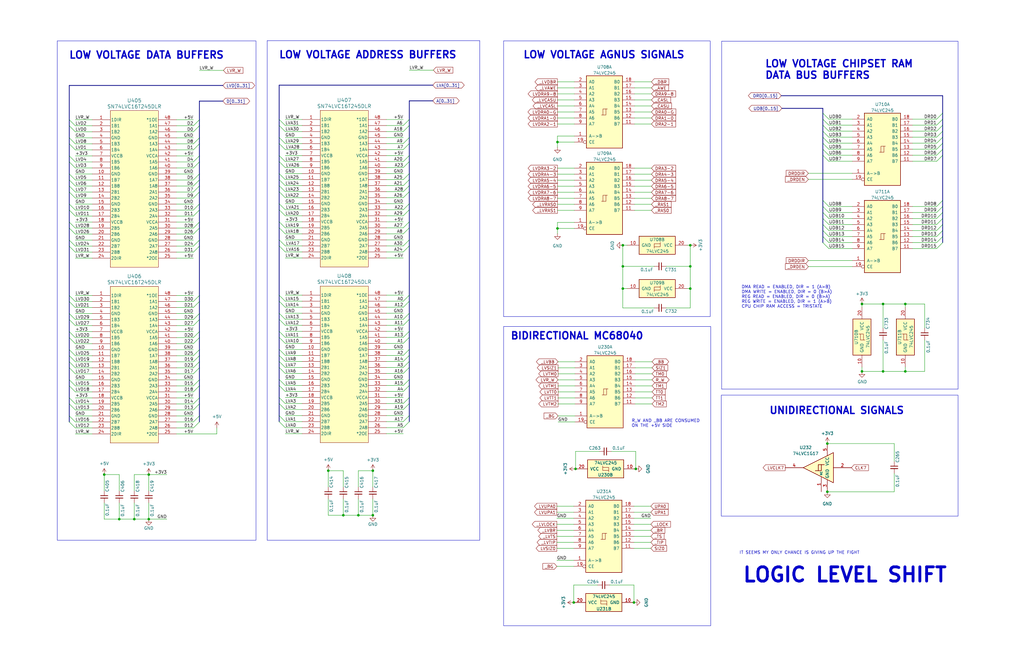
<source format=kicad_sch>
(kicad_sch (version 20230121) (generator eeschema)
  (paper "B")
  (title_block (title "AMIGA PCI") (date "2024-01-26") (rev "2.0"))
  (junction (at 262.636 112.395))
  (junction (at 56.642 219.075))
  (junction (at 268.097 197.866))
  (junction (at 363.474 128.27))
  (junction (at 372.364 128.27))
  (junction (at 348.869 207.518))
  (junction (at 235.077 96.393))
  (junction (at 348.869 187.198))
  (junction (at 50.292 219.075))
  (junction (at 291.084 121.793))
  (junction (at 291.084 103.505))
  (junction (at 381.762 128.27))
  (junction (at 235.077 59.944))
  (junction (at 62.738 200.279))
  (junction (at 381.762 156.718))
  (junction (at 262.636 103.505))
  (junction (at 138.43 198.628))
  (junction (at 43.942 200.279))
  (junction (at 291.084 112.395))
  (junction (at 262.636 121.793))
  (junction (at 151.13 217.424))
  (junction (at 242.697 197.866))
  (junction (at 157.226 217.424))
  (junction (at 144.78 217.424))
  (junction (at 267.335 254.254))
  (junction (at 157.226 198.628))
  (junction (at 363.474 156.718))
  (junction (at 62.738 219.075))
  (junction (at 372.364 156.718))
  (junction (at 241.935 254.254))
  (bus_entry (at 120.269 129.667) (size -2.54 -2.54))
  (bus_entry (at 31.75 180.594) (size -2.54 -2.54))
  (bus_entry (at 349.504 87.122) (size -2.54 -2.54))
  (bus_entry (at 120.269 137.287) (size -2.54 -2.54))
  (bus_entry (at 81.534 60.706) (size 2.54 -2.54))
  (bus_entry (at 120.269 98.679) (size -2.54 -2.54))
  (bus_entry (at 120.269 96.139) (size -2.54 -2.54))
  (bus_entry (at 394.97 102.362) (size 2.54 -2.54))
  (bus_entry (at 81.534 88.646) (size 2.54 -2.54))
  (bus_entry (at 31.75 55.626) (size -2.54 -2.54))
  (bus_entry (at 31.75 91.186) (size -2.54 -2.54))
  (bus_entry (at 120.269 75.819) (size -2.54 -2.54))
  (bus_entry (at 170.053 96.139) (size 2.54 -2.54))
  (bus_entry (at 394.97 65.532) (size 2.54 -2.54))
  (bus_entry (at 394.97 68.072) (size 2.54 -2.54))
  (bus_entry (at 31.75 178.054) (size -2.54 -2.54))
  (bus_entry (at 349.504 65.532) (size -2.54 -2.54))
  (bus_entry (at 31.75 96.266) (size -2.54 -2.54))
  (bus_entry (at 81.534 91.186) (size 2.54 -2.54))
  (bus_entry (at 170.053 55.499) (size 2.54 -2.54))
  (bus_entry (at 81.534 75.946) (size 2.54 -2.54))
  (bus_entry (at 81.534 165.354) (size 2.54 -2.54))
  (bus_entry (at 170.053 170.307) (size 2.54 -2.54))
  (bus_entry (at 31.75 150.114) (size -2.54 -2.54))
  (bus_entry (at 170.053 63.119) (size 2.54 -2.54))
  (bus_entry (at 81.534 83.566) (size 2.54 -2.54))
  (bus_entry (at 31.75 162.814) (size -2.54 -2.54))
  (bus_entry (at 31.75 98.806) (size -2.54 -2.54))
  (bus_entry (at 31.75 127.254) (size -2.54 -2.54))
  (bus_entry (at 170.053 88.519) (size 2.54 -2.54))
  (bus_entry (at 31.75 157.734) (size -2.54 -2.54))
  (bus_entry (at 81.534 103.886) (size 2.54 -2.54))
  (bus_entry (at 349.504 60.452) (size -2.54 -2.54))
  (bus_entry (at 120.269 63.119) (size -2.54 -2.54))
  (bus_entry (at 394.97 57.912) (size 2.54 -2.54))
  (bus_entry (at 170.053 106.299) (size 2.54 -2.54))
  (bus_entry (at 81.534 172.974) (size 2.54 -2.54))
  (bus_entry (at 81.534 170.434) (size 2.54 -2.54))
  (bus_entry (at 81.534 70.866) (size 2.54 -2.54))
  (bus_entry (at 120.269 157.607) (size -2.54 -2.54))
  (bus_entry (at 31.75 75.946) (size -2.54 -2.54))
  (bus_entry (at 81.534 53.086) (size 2.54 -2.54))
  (bus_entry (at 81.534 155.194) (size 2.54 -2.54))
  (bus_entry (at 81.534 127.254) (size 2.54 -2.54))
  (bus_entry (at 120.269 170.307) (size -2.54 -2.54))
  (bus_entry (at 349.504 52.832) (size -2.54 -2.54))
  (bus_entry (at 394.97 94.742) (size 2.54 -2.54))
  (bus_entry (at 120.269 152.527) (size -2.54 -2.54))
  (bus_entry (at 31.75 103.886) (size -2.54 -2.54))
  (bus_entry (at 170.053 127.127) (size 2.54 -2.54))
  (bus_entry (at 31.75 145.034) (size -2.54 -2.54))
  (bus_entry (at 170.053 75.819) (size 2.54 -2.54))
  (bus_entry (at 81.534 162.814) (size 2.54 -2.54))
  (bus_entry (at 31.75 134.874) (size -2.54 -2.54))
  (bus_entry (at 349.504 55.372) (size -2.54 -2.54))
  (bus_entry (at 170.053 165.227) (size 2.54 -2.54))
  (bus_entry (at 120.269 127.127) (size -2.54 -2.54))
  (bus_entry (at 81.534 96.266) (size 2.54 -2.54))
  (bus_entry (at 120.269 60.579) (size -2.54 -2.54))
  (bus_entry (at 120.269 142.367) (size -2.54 -2.54))
  (bus_entry (at 120.269 180.467) (size -2.54 -2.54))
  (bus_entry (at 81.534 180.594) (size 2.54 -2.54))
  (bus_entry (at 394.97 50.292) (size 2.54 -2.54))
  (bus_entry (at 394.97 104.902) (size 2.54 -2.54))
  (bus_entry (at 31.75 81.026) (size -2.54 -2.54))
  (bus_entry (at 120.269 134.747) (size -2.54 -2.54))
  (bus_entry (at 81.534 137.414) (size 2.54 -2.54))
  (bus_entry (at 31.75 106.426) (size -2.54 -2.54))
  (bus_entry (at 31.75 165.354) (size -2.54 -2.54))
  (bus_entry (at 170.053 157.607) (size 2.54 -2.54))
  (bus_entry (at 120.269 78.359) (size -2.54 -2.54))
  (bus_entry (at 394.97 55.372) (size 2.54 -2.54))
  (bus_entry (at 81.534 98.806) (size 2.54 -2.54))
  (bus_entry (at 170.053 137.287) (size 2.54 -2.54))
  (bus_entry (at 31.75 129.794) (size -2.54 -2.54))
  (bus_entry (at 120.269 165.227) (size -2.54 -2.54))
  (bus_entry (at 31.75 155.194) (size -2.54 -2.54))
  (bus_entry (at 170.053 152.527) (size 2.54 -2.54))
  (bus_entry (at 170.053 144.907) (size 2.54 -2.54))
  (bus_entry (at 394.97 62.992) (size 2.54 -2.54))
  (bus_entry (at 120.269 80.899) (size -2.54 -2.54))
  (bus_entry (at 120.269 83.439) (size -2.54 -2.54))
  (bus_entry (at 120.269 172.847) (size -2.54 -2.54))
  (bus_entry (at 120.269 68.199) (size -2.54 -2.54))
  (bus_entry (at 170.053 142.367) (size 2.54 -2.54))
  (bus_entry (at 170.053 52.959) (size 2.54 -2.54))
  (bus_entry (at 120.269 149.987) (size -2.54 -2.54))
  (bus_entry (at 120.269 52.959) (size -2.54 -2.54))
  (bus_entry (at 81.534 142.494) (size 2.54 -2.54))
  (bus_entry (at 349.504 92.202) (size -2.54 -2.54))
  (bus_entry (at 170.053 149.987) (size 2.54 -2.54))
  (bus_entry (at 120.269 155.067) (size -2.54 -2.54))
  (bus_entry (at 31.75 78.486) (size -2.54 -2.54))
  (bus_entry (at 394.97 52.832) (size 2.54 -2.54))
  (bus_entry (at 31.75 83.566) (size -2.54 -2.54))
  (bus_entry (at 394.97 89.662) (size 2.54 -2.54))
  (bus_entry (at 170.053 172.847) (size 2.54 -2.54))
  (bus_entry (at 349.504 97.282) (size -2.54 -2.54))
  (bus_entry (at 31.75 172.974) (size -2.54 -2.54))
  (bus_entry (at 31.75 63.246) (size -2.54 -2.54))
  (bus_entry (at 81.534 178.054) (size 2.54 -2.54))
  (bus_entry (at 170.053 180.467) (size 2.54 -2.54))
  (bus_entry (at 170.053 162.687) (size 2.54 -2.54))
  (bus_entry (at 349.504 57.912) (size -2.54 -2.54))
  (bus_entry (at 170.053 80.899) (size 2.54 -2.54))
  (bus_entry (at 120.269 70.739) (size -2.54 -2.54))
  (bus_entry (at 170.053 68.199) (size 2.54 -2.54))
  (bus_entry (at 170.053 70.739) (size 2.54 -2.54))
  (bus_entry (at 349.504 94.742) (size -2.54 -2.54))
  (bus_entry (at 81.534 129.794) (size 2.54 -2.54))
  (bus_entry (at 81.534 157.734) (size 2.54 -2.54))
  (bus_entry (at 31.75 142.494) (size -2.54 -2.54))
  (bus_entry (at 394.97 92.202) (size 2.54 -2.54))
  (bus_entry (at 81.534 55.626) (size 2.54 -2.54))
  (bus_entry (at 31.75 53.086) (size -2.54 -2.54))
  (bus_entry (at 81.534 81.026) (size 2.54 -2.54))
  (bus_entry (at 170.053 129.667) (size 2.54 -2.54))
  (bus_entry (at 120.269 91.059) (size -2.54 -2.54))
  (bus_entry (at 31.75 170.434) (size -2.54 -2.54))
  (bus_entry (at 349.504 99.822) (size -2.54 -2.54))
  (bus_entry (at 394.97 99.822) (size 2.54 -2.54))
  (bus_entry (at 394.97 60.452) (size 2.54 -2.54))
  (bus_entry (at 120.269 162.687) (size -2.54 -2.54))
  (bus_entry (at 170.053 98.679) (size 2.54 -2.54))
  (bus_entry (at 349.504 89.662) (size -2.54 -2.54))
  (bus_entry (at 31.75 60.706) (size -2.54 -2.54))
  (bus_entry (at 170.053 60.579) (size 2.54 -2.54))
  (bus_entry (at 81.534 63.246) (size 2.54 -2.54))
  (bus_entry (at 170.053 134.747) (size 2.54 -2.54))
  (bus_entry (at 120.269 177.927) (size -2.54 -2.54))
  (bus_entry (at 170.053 91.059) (size 2.54 -2.54))
  (bus_entry (at 349.504 68.072) (size -2.54 -2.54))
  (bus_entry (at 170.053 78.359) (size 2.54 -2.54))
  (bus_entry (at 81.534 106.426) (size 2.54 -2.54))
  (bus_entry (at 120.269 144.907) (size -2.54 -2.54))
  (bus_entry (at 349.504 50.292) (size -2.54 -2.54))
  (bus_entry (at 120.269 103.759) (size -2.54 -2.54))
  (bus_entry (at 349.504 62.992) (size -2.54 -2.54))
  (bus_entry (at 349.504 102.362) (size -2.54 -2.54))
  (bus_entry (at 31.75 88.646) (size -2.54 -2.54))
  (bus_entry (at 31.75 70.866) (size -2.54 -2.54))
  (bus_entry (at 120.269 88.519) (size -2.54 -2.54))
  (bus_entry (at 120.269 55.499) (size -2.54 -2.54))
  (bus_entry (at 31.75 152.654) (size -2.54 -2.54))
  (bus_entry (at 31.75 137.414) (size -2.54 -2.54))
  (bus_entry (at 81.534 145.034) (size 2.54 -2.54))
  (bus_entry (at 81.534 68.326) (size 2.54 -2.54))
  (bus_entry (at 394.97 97.282) (size 2.54 -2.54))
  (bus_entry (at 349.504 104.902) (size -2.54 -2.54))
  (bus_entry (at 81.534 78.486) (size 2.54 -2.54))
  (bus_entry (at 81.534 152.654) (size 2.54 -2.54))
  (bus_entry (at 170.053 177.927) (size 2.54 -2.54))
  (bus_entry (at 81.534 134.874) (size 2.54 -2.54))
  (bus_entry (at 170.053 155.067) (size 2.54 -2.54))
  (bus_entry (at 394.97 87.122) (size 2.54 -2.54))
  (bus_entry (at 31.75 68.326) (size -2.54 -2.54))
  (bus_entry (at 120.269 106.299) (size -2.54 -2.54))
  (bus_entry (at 170.053 103.759) (size 2.54 -2.54))
  (bus_entry (at 81.534 150.114) (size 2.54 -2.54))
  (bus_entry (at 170.053 83.439) (size 2.54 -2.54))
  (wire (pts (xy 170.053 144.907) (xy 162.941 144.907)))
  (wire (pts (xy 127.381 167.767) (xy 120.269 167.767)))
  (wire (pts (xy 274.701 34.544) (xy 267.589 34.544)))
  (wire (pts (xy 38.862 147.574) (xy 31.75 147.574)))
  (wire (pts (xy 348.869 207.518) (xy 377.063 207.518)))
  (wire (pts (xy 274.447 216.154) (xy 267.335 216.154)))
  (wire (pts (xy 144.78 198.628) (xy 144.78 205.486)))
  (wire (pts (xy 359.41 89.662) (xy 349.504 89.662)))
  (bus (pts (xy 84.074 68.326) (xy 84.074 65.786)))
  (wire (pts (xy 359.41 52.832) (xy 349.504 52.832)))
  (bus (pts (xy 84.074 155.194) (xy 84.074 152.654)))
  (wire (pts (xy 127.381 83.439) (xy 120.269 83.439)))
  (wire (pts (xy 291.084 121.793) (xy 289.814 121.793)))
  (wire (pts (xy 38.862 91.186) (xy 31.75 91.186)))
  (bus (pts (xy 397.51 62.992) (xy 397.51 65.532)))
  (bus (pts (xy 346.964 94.742) (xy 346.964 92.202)))
  (wire (pts (xy 242.189 70.993) (xy 235.077 70.993)))
  (wire (pts (xy 81.534 178.054) (xy 74.422 178.054)))
  (wire (pts (xy 363.474 156.718) (xy 372.364 156.718)))
  (wire (pts (xy 127.381 137.287) (xy 120.269 137.287)))
  (bus (pts (xy 84.074 178.054) (xy 84.074 175.514)))
  (wire (pts (xy 127.381 127.127) (xy 120.269 127.127)))
  (wire (pts (xy 359.41 75.692) (xy 340.868 75.692)))
  (wire (pts (xy 162.941 85.979) (xy 170.053 85.979)))
  (wire (pts (xy 127.381 124.587) (xy 120.269 124.587)))
  (bus (pts (xy 117.729 134.747) (xy 117.729 139.827)))
  (wire (pts (xy 170.053 137.287) (xy 162.941 137.287)))
  (bus (pts (xy 346.964 92.202) (xy 346.964 89.662)))
  (wire (pts (xy 151.13 210.566) (xy 151.13 217.424)))
  (wire (pts (xy 234.823 223.774) (xy 241.935 223.774)))
  (wire (pts (xy 127.381 144.907) (xy 120.269 144.907)))
  (wire (pts (xy 94.234 29.718) (xy 84.074 29.718)))
  (bus (pts (xy 172.593 78.359) (xy 172.593 75.819)))
  (bus (pts (xy 84.074 81.026) (xy 84.074 78.486)))
  (wire (pts (xy 170.053 60.579) (xy 162.941 60.579)))
  (wire (pts (xy 170.053 63.119) (xy 162.941 63.119)))
  (bus (pts (xy 346.964 102.362) (xy 346.964 99.822)))
  (wire (pts (xy 127.381 101.219) (xy 120.269 101.219)))
  (bus (pts (xy 172.593 134.747) (xy 172.593 132.207)))
  (wire (pts (xy 138.43 205.486) (xy 138.43 198.628)))
  (bus (pts (xy 29.21 142.494) (xy 29.21 139.954)))
  (bus (pts (xy 84.074 162.814) (xy 84.074 160.274)))
  (wire (pts (xy 81.534 68.326) (xy 74.422 68.326)))
  (wire (pts (xy 162.941 65.659) (xy 170.053 65.659)))
  (wire (pts (xy 127.381 60.579) (xy 120.269 60.579)))
  (bus (pts (xy 29.21 53.086) (xy 29.21 50.546)))
  (wire (pts (xy 38.862 98.806) (xy 31.75 98.806)))
  (wire (pts (xy 138.43 217.424) (xy 138.43 210.566)))
  (bus (pts (xy 29.21 170.434) (xy 29.21 167.894)))
  (wire (pts (xy 127.381 103.759) (xy 120.269 103.759)))
  (wire (pts (xy 56.642 200.279) (xy 62.738 200.279)))
  (wire (pts (xy 81.534 91.186) (xy 74.422 91.186)))
  (wire (pts (xy 170.053 98.679) (xy 162.941 98.679)))
  (wire (pts (xy 384.81 104.902) (xy 394.97 104.902)))
  (wire (pts (xy 170.053 52.959) (xy 162.941 52.959)))
  (wire (pts (xy 74.422 65.786) (xy 81.534 65.786)))
  (bus (pts (xy 346.964 55.372) (xy 346.964 52.832)))
  (bus (pts (xy 29.21 178.054) (xy 29.21 175.514)))
  (wire (pts (xy 274.701 81.153) (xy 267.589 81.153)))
  (wire (pts (xy 274.955 162.814) (xy 267.843 162.814)))
  (wire (pts (xy 127.381 142.367) (xy 120.269 142.367)))
  (bus (pts (xy 117.729 162.687) (xy 117.729 160.147)))
  (bus (pts (xy 117.729 80.899) (xy 117.729 85.979)))
  (wire (pts (xy 162.941 132.207) (xy 170.053 132.207)))
  (bus (pts (xy 117.729 73.279) (xy 117.729 68.199)))
  (bus (pts (xy 29.21 88.646) (xy 29.21 86.106)))
  (wire (pts (xy 157.226 217.424) (xy 151.13 217.424)))
  (bus (pts (xy 117.729 103.759) (xy 117.729 101.219)))
  (wire (pts (xy 359.41 62.992) (xy 349.504 62.992)))
  (bus (pts (xy 84.074 42.672) (xy 93.98 42.672)))
  (wire (pts (xy 38.862 145.034) (xy 31.75 145.034)))
  (bus (pts (xy 84.074 147.574) (xy 84.074 142.494)))
  (wire (pts (xy 170.053 83.439) (xy 162.941 83.439)))
  (wire (pts (xy 81.534 152.654) (xy 74.422 152.654)))
  (bus (pts (xy 84.074 60.706) (xy 84.074 58.166)))
  (wire (pts (xy 389.89 143.51) (xy 389.89 156.718)))
  (wire (pts (xy 38.862 134.874) (xy 31.75 134.874)))
  (wire (pts (xy 170.053 91.059) (xy 162.941 91.059)))
  (bus (pts (xy 346.964 89.662) (xy 346.964 87.122)))
  (wire (pts (xy 81.534 170.434) (xy 74.422 170.434)))
  (bus (pts (xy 117.729 88.519) (xy 117.729 93.599)))
  (wire (pts (xy 291.084 112.395) (xy 291.084 121.793)))
  (wire (pts (xy 359.41 55.372) (xy 349.504 55.372)))
  (wire (pts (xy 241.935 246.888) (xy 251.968 246.888)))
  (wire (pts (xy 127.381 165.227) (xy 120.269 165.227)))
  (bus (pts (xy 117.729 35.941) (xy 182.499 35.941)))
  (wire (pts (xy 74.422 58.166) (xy 81.534 58.166)))
  (wire (pts (xy 170.053 55.499) (xy 162.941 55.499)))
  (wire (pts (xy 384.81 87.122) (xy 394.97 87.122)))
  (wire (pts (xy 384.81 57.912) (xy 394.97 57.912)))
  (wire (pts (xy 127.381 75.819) (xy 120.269 75.819)))
  (wire (pts (xy 81.534 162.814) (xy 74.422 162.814)))
  (wire (pts (xy 242.189 88.773) (xy 235.077 88.773)))
  (wire (pts (xy 381.762 128.27) (xy 389.89 128.27)))
  (wire (pts (xy 377.063 207.518) (xy 377.063 199.771)))
  (bus (pts (xy 84.074 170.434) (xy 84.074 167.894)))
  (wire (pts (xy 127.381 96.139) (xy 120.269 96.139)))
  (wire (pts (xy 81.534 88.646) (xy 74.422 88.646)))
  (bus (pts (xy 117.729 60.579) (xy 117.729 65.659)))
  (wire (pts (xy 38.862 101.346) (xy 31.75 101.346)))
  (bus (pts (xy 117.729 60.579) (xy 117.729 58.039)))
  (wire (pts (xy 170.053 172.847) (xy 162.941 172.847)))
  (bus (pts (xy 29.21 88.646) (xy 29.21 93.726)))
  (wire (pts (xy 38.862 137.414) (xy 31.75 137.414)))
  (wire (pts (xy 81.534 96.266) (xy 74.422 96.266)))
  (bus (pts (xy 172.593 142.367) (xy 172.593 139.827)))
  (wire (pts (xy 275.844 129.921) (xy 262.636 129.921)))
  (bus (pts (xy 84.074 50.546) (xy 84.074 42.672)))
  (wire (pts (xy 359.41 60.452) (xy 349.504 60.452)))
  (wire (pts (xy 274.701 88.773) (xy 267.589 88.773)))
  (wire (pts (xy 38.862 175.514) (xy 31.75 175.514)))
  (wire (pts (xy 242.697 190.5) (xy 252.73 190.5)))
  (wire (pts (xy 38.862 78.486) (xy 31.75 78.486)))
  (wire (pts (xy 127.381 88.519) (xy 120.269 88.519)))
  (wire (pts (xy 38.862 81.026) (xy 31.75 81.026)))
  (wire (pts (xy 234.823 228.854) (xy 241.935 228.854)))
  (wire (pts (xy 81.534 134.874) (xy 74.422 134.874)))
  (wire (pts (xy 81.534 142.494) (xy 74.422 142.494)))
  (wire (pts (xy 267.589 83.693) (xy 274.701 83.693)))
  (bus (pts (xy 346.964 52.832) (xy 346.964 50.292)))
  (bus (pts (xy 346.964 50.292) (xy 346.964 47.752)))
  (wire (pts (xy 170.053 70.739) (xy 162.941 70.739)))
  (wire (pts (xy 274.701 42.164) (xy 267.589 42.164)))
  (bus (pts (xy 172.593 124.587) (xy 172.593 103.759)))
  (bus (pts (xy 29.21 60.706) (xy 29.21 65.786)))
  (bus (pts (xy 29.21 162.814) (xy 29.21 167.894)))
  (wire (pts (xy 81.534 172.974) (xy 74.422 172.974)))
  (wire (pts (xy 257.81 190.5) (xy 268.097 190.5)))
  (bus (pts (xy 172.593 52.959) (xy 172.593 50.419)))
  (bus (pts (xy 172.593 75.819) (xy 172.593 73.279)))
  (wire (pts (xy 127.381 55.499) (xy 120.269 55.499)))
  (wire (pts (xy 38.862 96.266) (xy 31.75 96.266)))
  (bus (pts (xy 397.51 55.372) (xy 397.51 57.912)))
  (wire (pts (xy 274.701 44.704) (xy 267.589 44.704)))
  (bus (pts (xy 29.21 127.254) (xy 29.21 124.714)))
  (wire (pts (xy 151.13 198.628) (xy 157.226 198.628)))
  (wire (pts (xy 262.636 103.505) (xy 262.636 112.395)))
  (wire (pts (xy 170.053 106.299) (xy 162.941 106.299)))
  (wire (pts (xy 268.097 197.866) (xy 268.097 190.5)))
  (bus (pts (xy 172.593 42.545) (xy 182.499 42.545)))
  (wire (pts (xy 267.589 39.624) (xy 274.701 39.624)))
  (bus (pts (xy 172.593 58.039) (xy 172.593 52.959)))
  (wire (pts (xy 262.636 112.395) (xy 262.636 121.793)))
  (bus (pts (xy 29.21 96.266) (xy 29.21 93.726)))
  (wire (pts (xy 372.364 128.27) (xy 381.762 128.27)))
  (bus (pts (xy 346.964 47.752) (xy 346.964 45.72)))
  (wire (pts (xy 81.534 60.706) (xy 74.422 60.706)))
  (bus (pts (xy 172.593 149.987) (xy 172.593 147.447)))
  (wire (pts (xy 74.422 50.546) (xy 81.534 50.546)))
  (bus (pts (xy 117.729 50.419) (xy 117.729 35.941)))
  (wire (pts (xy 81.534 145.034) (xy 74.422 145.034)))
  (wire (pts (xy 127.381 183.007) (xy 120.269 183.007)))
  (wire (pts (xy 56.642 212.217) (xy 56.642 219.075)))
  (wire (pts (xy 381.762 128.27) (xy 381.762 129.54)))
  (wire (pts (xy 359.41 50.292) (xy 349.504 50.292)))
  (wire (pts (xy 38.862 93.726) (xy 31.75 93.726)))
  (bus (pts (xy 172.593 127.127) (xy 172.593 124.587)))
  (wire (pts (xy 38.862 157.734) (xy 31.75 157.734)))
  (bus (pts (xy 84.074 73.406) (xy 84.074 68.326)))
  (wire (pts (xy 242.189 59.944) (xy 235.077 59.944)))
  (bus (pts (xy 84.074 65.786) (xy 84.074 60.706)))
  (bus (pts (xy 329.438 40.386) (xy 397.51 40.386)))
  (wire (pts (xy 157.226 205.486) (xy 157.226 198.628)))
  (bus (pts (xy 29.21 81.026) (xy 29.21 78.486)))
  (wire (pts (xy 127.381 155.067) (xy 120.269 155.067)))
  (wire (pts (xy 74.422 167.894) (xy 81.534 167.894)))
  (wire (pts (xy 127.381 63.119) (xy 120.269 63.119)))
  (wire (pts (xy 81.534 98.806) (xy 74.422 98.806)))
  (bus (pts (xy 172.593 132.207) (xy 172.593 127.127)))
  (wire (pts (xy 242.189 93.853) (xy 235.077 93.853)))
  (wire (pts (xy 74.422 147.574) (xy 81.534 147.574)))
  (bus (pts (xy 117.729 88.519) (xy 117.729 85.979)))
  (wire (pts (xy 127.381 175.387) (xy 120.269 175.387)))
  (wire (pts (xy 74.422 124.714) (xy 81.534 124.714)))
  (bus (pts (xy 397.51 87.122) (xy 397.51 89.662)))
  (wire (pts (xy 170.053 127.127) (xy 162.941 127.127)))
  (wire (pts (xy 235.077 83.693) (xy 242.189 83.693)))
  (wire (pts (xy 384.81 65.532) (xy 394.97 65.532)))
  (bus (pts (xy 346.964 62.992) (xy 346.964 60.452)))
  (wire (pts (xy 170.053 80.899) (xy 162.941 80.899)))
  (bus (pts (xy 397.51 52.832) (xy 397.51 55.372)))
  (wire (pts (xy 38.862 124.714) (xy 31.75 124.714)))
  (wire (pts (xy 62.738 200.279) (xy 70.358 200.279)))
  (wire (pts (xy 38.862 68.326) (xy 31.75 68.326)))
  (bus (pts (xy 29.21 81.026) (xy 29.21 86.106)))
  (wire (pts (xy 50.292 212.217) (xy 50.292 219.075)))
  (wire (pts (xy 235.077 59.944) (xy 235.077 62.103)))
  (wire (pts (xy 235.077 96.393) (xy 235.077 98.552)))
  (wire (pts (xy 234.823 216.154) (xy 241.935 216.154)))
  (wire (pts (xy 235.331 165.354) (xy 242.443 165.354)))
  (bus (pts (xy 172.593 96.139) (xy 172.593 93.599)))
  (bus (pts (xy 29.21 103.886) (xy 29.21 101.346)))
  (wire (pts (xy 359.41 94.742) (xy 349.504 94.742)))
  (wire (pts (xy 127.381 93.599) (xy 120.269 93.599)))
  (wire (pts (xy 274.701 73.533) (xy 267.589 73.533)))
  (bus (pts (xy 117.729 162.687) (xy 117.729 167.767)))
  (bus (pts (xy 172.593 101.219) (xy 172.593 96.139)))
  (bus (pts (xy 172.593 103.759) (xy 172.593 101.219)))
  (bus (pts (xy 172.593 167.767) (xy 172.593 162.687)))
  (wire (pts (xy 127.381 180.467) (xy 120.269 180.467)))
  (bus (pts (xy 172.593 139.827) (xy 172.593 134.747)))
  (wire (pts (xy 38.862 167.894) (xy 31.75 167.894)))
  (wire (pts (xy 274.701 70.993) (xy 267.589 70.993)))
  (wire (pts (xy 242.189 34.544) (xy 235.077 34.544)))
  (wire (pts (xy 384.81 55.372) (xy 394.97 55.372)))
  (wire (pts (xy 127.381 149.987) (xy 120.269 149.987)))
  (wire (pts (xy 127.381 85.979) (xy 120.269 85.979)))
  (wire (pts (xy 242.189 44.704) (xy 235.077 44.704)))
  (bus (pts (xy 84.074 86.106) (xy 84.074 81.026)))
  (bus (pts (xy 84.074 127.254) (xy 84.074 124.714)))
  (wire (pts (xy 38.862 150.114) (xy 31.75 150.114)))
  (bus (pts (xy 29.21 68.326) (xy 29.21 65.786)))
  (wire (pts (xy 384.81 97.282) (xy 394.97 97.282)))
  (bus (pts (xy 117.729 134.747) (xy 117.729 132.207)))
  (wire (pts (xy 359.41 87.122) (xy 349.504 87.122)))
  (wire (pts (xy 162.941 139.827) (xy 170.053 139.827)))
  (wire (pts (xy 242.443 155.194) (xy 235.331 155.194)))
  (bus (pts (xy 117.729 155.067) (xy 117.729 152.527)))
  (wire (pts (xy 162.941 167.767) (xy 170.053 167.767)))
  (wire (pts (xy 170.053 157.607) (xy 162.941 157.607)))
  (wire (pts (xy 182.753 29.591) (xy 172.593 29.591)))
  (wire (pts (xy 127.381 129.667) (xy 120.269 129.667)))
  (bus (pts (xy 172.593 68.199) (xy 172.593 65.659)))
  (wire (pts (xy 144.78 217.424) (xy 138.43 217.424)))
  (bus (pts (xy 84.074 58.166) (xy 84.074 53.086)))
  (wire (pts (xy 81.534 63.246) (xy 74.422 63.246)))
  (bus (pts (xy 84.074 142.494) (xy 84.074 139.954)))
  (wire (pts (xy 81.534 103.886) (xy 74.422 103.886)))
  (bus (pts (xy 117.729 124.587) (xy 117.729 103.759)))
  (wire (pts (xy 38.862 83.566) (xy 31.75 83.566)))
  (bus (pts (xy 84.074 75.946) (xy 84.074 73.406)))
  (wire (pts (xy 38.862 152.654) (xy 31.75 152.654)))
  (bus (pts (xy 29.21 155.194) (xy 29.21 160.274)))
  (bus (pts (xy 84.074 175.514) (xy 84.074 170.434)))
  (wire (pts (xy 359.41 102.362) (xy 349.504 102.362)))
  (wire (pts (xy 274.447 213.614) (xy 267.335 213.614)))
  (wire (pts (xy 170.053 75.819) (xy 162.941 75.819)))
  (wire (pts (xy 170.053 103.759) (xy 162.941 103.759)))
  (wire (pts (xy 62.738 207.137) (xy 62.738 200.279)))
  (bus (pts (xy 172.593 170.307) (xy 172.593 167.767)))
  (bus (pts (xy 397.51 92.202) (xy 397.51 94.742)))
  (wire (pts (xy 291.084 112.395) (xy 280.924 112.395)))
  (wire (pts (xy 267.589 47.244) (xy 274.701 47.244)))
  (wire (pts (xy 127.381 160.147) (xy 120.269 160.147)))
  (wire (pts (xy 38.862 55.626) (xy 31.75 55.626)))
  (wire (pts (xy 81.534 53.086) (xy 74.422 53.086)))
  (wire (pts (xy 242.443 162.814) (xy 235.331 162.814)))
  (wire (pts (xy 241.935 236.474) (xy 234.823 236.474)))
  (wire (pts (xy 363.474 128.27) (xy 372.364 128.27)))
  (wire (pts (xy 157.226 217.424) (xy 157.226 210.566)))
  (wire (pts (xy 38.862 86.106) (xy 31.75 86.106)))
  (bus (pts (xy 29.21 147.574) (xy 29.21 142.494)))
  (bus (pts (xy 397.51 60.452) (xy 397.51 62.992)))
  (wire (pts (xy 267.335 254.254) (xy 267.335 246.888)))
  (wire (pts (xy 38.862 165.354) (xy 31.75 165.354)))
  (wire (pts (xy 359.41 65.532) (xy 349.504 65.532)))
  (wire (pts (xy 274.447 223.774) (xy 267.335 223.774)))
  (wire (pts (xy 81.534 127.254) (xy 74.422 127.254)))
  (wire (pts (xy 234.823 221.234) (xy 241.935 221.234)))
  (wire (pts (xy 38.862 160.274) (xy 31.75 160.274)))
  (bus (pts (xy 172.593 93.599) (xy 172.593 88.519)))
  (wire (pts (xy 384.81 52.832) (xy 394.97 52.832)))
  (wire (pts (xy 363.474 156.718) (xy 363.474 154.94)))
  (wire (pts (xy 127.381 152.527) (xy 120.269 152.527)))
  (wire (pts (xy 127.381 177.927) (xy 120.269 177.927)))
  (wire (pts (xy 38.862 103.886) (xy 31.75 103.886)))
  (wire (pts (xy 384.81 62.992) (xy 394.97 62.992)))
  (wire (pts (xy 162.941 147.447) (xy 170.053 147.447)))
  (bus (pts (xy 117.729 96.139) (xy 117.729 93.599)))
  (bus (pts (xy 84.074 96.266) (xy 84.074 93.726)))
  (wire (pts (xy 264.414 121.793) (xy 262.636 121.793)))
  (wire (pts (xy 162.941 108.839) (xy 170.053 108.839)))
  (wire (pts (xy 384.81 92.202) (xy 394.97 92.202)))
  (bus (pts (xy 29.21 36.068) (xy 93.98 36.068)))
  (wire (pts (xy 170.053 88.519) (xy 162.941 88.519)))
  (wire (pts (xy 81.534 75.946) (xy 74.422 75.946)))
  (wire (pts (xy 235.077 39.624) (xy 242.189 39.624)))
  (wire (pts (xy 162.941 175.387) (xy 170.053 175.387)))
  (bus (pts (xy 397.51 89.662) (xy 397.51 92.202)))
  (wire (pts (xy 170.053 129.667) (xy 162.941 129.667)))
  (wire (pts (xy 242.443 170.434) (xy 235.331 170.434)))
  (wire (pts (xy 291.084 103.505) (xy 289.814 103.505)))
  (wire (pts (xy 38.862 106.426) (xy 31.75 106.426)))
  (wire (pts (xy 242.189 42.164) (xy 235.077 42.164)))
  (wire (pts (xy 242.443 178.054) (xy 235.331 178.054)))
  (bus (pts (xy 29.21 150.114) (xy 29.21 147.574)))
  (wire (pts (xy 359.41 99.822) (xy 349.504 99.822)))
  (wire (pts (xy 56.642 219.075) (xy 50.292 219.075)))
  (wire (pts (xy 242.443 167.894) (xy 235.331 167.894)))
  (bus (pts (xy 397.51 94.742) (xy 397.51 97.282)))
  (bus (pts (xy 346.964 97.282) (xy 346.964 94.742)))
  (wire (pts (xy 74.422 101.346) (xy 81.534 101.346)))
  (wire (pts (xy 242.189 81.153) (xy 235.077 81.153)))
  (wire (pts (xy 38.862 70.866) (xy 31.75 70.866)))
  (wire (pts (xy 127.381 50.419) (xy 120.269 50.419)))
  (wire (pts (xy 359.41 92.202) (xy 349.504 92.202)))
  (wire (pts (xy 144.78 210.566) (xy 144.78 217.424)))
  (wire (pts (xy 235.077 47.244) (xy 242.189 47.244)))
  (bus (pts (xy 397.51 65.532) (xy 397.51 84.582)))
  (wire (pts (xy 381.762 156.718) (xy 389.89 156.718)))
  (wire (pts (xy 170.053 162.687) (xy 162.941 162.687)))
  (wire (pts (xy 151.13 217.424) (xy 144.78 217.424)))
  (wire (pts (xy 170.053 134.747) (xy 162.941 134.747)))
  (wire (pts (xy 384.81 68.072) (xy 394.97 68.072)))
  (bus (pts (xy 117.729 68.199) (xy 117.729 65.659)))
  (bus (pts (xy 172.593 88.519) (xy 172.593 85.979)))
  (bus (pts (xy 117.729 127.127) (xy 117.729 124.587)))
  (wire (pts (xy 162.941 124.587) (xy 170.053 124.587)))
  (wire (pts (xy 274.701 37.084) (xy 267.589 37.084)))
  (wire (pts (xy 127.381 98.679) (xy 120.269 98.679)))
  (bus (pts (xy 117.729 149.987) (xy 117.729 147.447)))
  (wire (pts (xy 151.13 198.628) (xy 151.13 205.486)))
  (wire (pts (xy 267.589 76.073) (xy 274.701 76.073)))
  (wire (pts (xy 127.381 68.199) (xy 120.269 68.199)))
  (wire (pts (xy 377.063 194.691) (xy 377.063 187.198)))
  (bus (pts (xy 172.593 147.447) (xy 172.593 142.367)))
  (wire (pts (xy 127.381 134.747) (xy 120.269 134.747)))
  (bus (pts (xy 84.074 53.086) (xy 84.074 50.546)))
  (bus (pts (xy 84.074 101.346) (xy 84.074 96.266)))
  (wire (pts (xy 127.381 132.207) (xy 120.269 132.207)))
  (wire (pts (xy 74.422 73.406) (xy 81.534 73.406)))
  (wire (pts (xy 74.422 93.726) (xy 81.534 93.726)))
  (wire (pts (xy 43.942 200.279) (xy 50.292 200.279)))
  (wire (pts (xy 359.41 73.152) (xy 340.868 73.152)))
  (wire (pts (xy 74.422 160.274) (xy 81.534 160.274)))
  (bus (pts (xy 172.593 73.279) (xy 172.593 68.199)))
  (wire (pts (xy 74.422 183.134) (xy 91.44 183.134)))
  (wire (pts (xy 162.941 160.147) (xy 170.053 160.147)))
  (wire (pts (xy 38.862 88.646) (xy 31.75 88.646)))
  (wire (pts (xy 38.862 58.166) (xy 31.75 58.166)))
  (bus (pts (xy 29.21 78.486) (xy 29.21 75.946)))
  (wire (pts (xy 242.189 73.533) (xy 235.077 73.533)))
  (wire (pts (xy 274.955 155.194) (xy 267.843 155.194)))
  (wire (pts (xy 242.189 49.784) (xy 235.077 49.784)))
  (wire (pts (xy 62.738 219.075) (xy 62.738 212.217)))
  (wire (pts (xy 38.862 139.954) (xy 31.75 139.954)))
  (wire (pts (xy 74.422 108.966) (xy 81.534 108.966)))
  (bus (pts (xy 84.074 78.486) (xy 84.074 75.946)))
  (wire (pts (xy 81.534 55.626) (xy 74.422 55.626)))
  (wire (pts (xy 267.335 218.694) (xy 274.447 218.694)))
  (wire (pts (xy 372.364 156.718) (xy 381.762 156.718)))
  (wire (pts (xy 274.955 160.274) (xy 267.843 160.274)))
  (bus (pts (xy 397.51 97.282) (xy 397.51 99.822)))
  (wire (pts (xy 241.935 226.314) (xy 234.823 226.314)))
  (wire (pts (xy 170.053 78.359) (xy 162.941 78.359)))
  (wire (pts (xy 384.81 50.292) (xy 394.97 50.292)))
  (wire (pts (xy 274.955 170.434) (xy 267.843 170.434)))
  (wire (pts (xy 274.447 231.394) (xy 267.335 231.394)))
  (wire (pts (xy 242.189 37.084) (xy 235.077 37.084)))
  (bus (pts (xy 29.21 75.946) (xy 29.21 73.406)))
  (wire (pts (xy 127.381 91.059) (xy 120.269 91.059)))
  (wire (pts (xy 170.053 68.199) (xy 162.941 68.199)))
  (bus (pts (xy 117.729 177.927) (xy 117.729 175.387)))
  (bus (pts (xy 346.964 84.582) (xy 346.964 65.532)))
  (wire (pts (xy 257.048 246.888) (xy 267.335 246.888)))
  (wire (pts (xy 291.084 121.793) (xy 291.084 129.921)))
  (wire (pts (xy 81.534 165.354) (xy 74.422 165.354)))
  (wire (pts (xy 127.381 162.687) (xy 120.269 162.687)))
  (bus (pts (xy 117.729 52.959) (xy 117.729 58.039)))
  (wire (pts (xy 38.862 170.434) (xy 31.75 170.434)))
  (bus (pts (xy 172.593 50.419) (xy 172.593 42.545)))
  (wire (pts (xy 81.534 155.194) (xy 74.422 155.194)))
  (wire (pts (xy 262.636 121.793) (xy 262.636 129.921)))
  (bus (pts (xy 329.692 45.72) (xy 346.964 45.72)))
  (wire (pts (xy 50.292 219.075) (xy 43.942 219.075)))
  (wire (pts (xy 38.862 63.246) (xy 31.75 63.246)))
  (bus (pts (xy 117.729 127.127) (xy 117.729 132.207)))
  (bus (pts (xy 172.593 160.147) (xy 172.593 155.067)))
  (wire (pts (xy 127.381 65.659) (xy 120.269 65.659)))
  (wire (pts (xy 242.443 152.654) (xy 235.331 152.654)))
  (bus (pts (xy 172.593 85.979) (xy 172.593 80.899)))
  (bus (pts (xy 29.21 170.434) (xy 29.21 175.514)))
  (bus (pts (xy 29.21 162.814) (xy 29.21 160.274)))
  (bus (pts (xy 29.21 155.194) (xy 29.21 152.654)))
  (wire (pts (xy 38.862 178.054) (xy 31.75 178.054)))
  (wire (pts (xy 81.534 157.734) (xy 74.422 157.734)))
  (wire (pts (xy 372.364 143.51) (xy 372.364 156.718)))
  (wire (pts (xy 384.81 89.662) (xy 394.97 89.662)))
  (wire (pts (xy 359.41 57.912) (xy 349.504 57.912)))
  (wire (pts (xy 38.862 172.974) (xy 31.75 172.974)))
  (bus (pts (xy 397.51 57.912) (xy 397.51 60.452)))
  (wire (pts (xy 38.862 162.814) (xy 31.75 162.814)))
  (bus (pts (xy 29.21 152.654) (xy 29.21 150.114)))
  (wire (pts (xy 38.862 155.194) (xy 31.75 155.194)))
  (wire (pts (xy 127.381 147.447) (xy 120.269 147.447)))
  (wire (pts (xy 127.381 172.847) (xy 120.269 172.847)))
  (wire (pts (xy 363.474 128.27) (xy 363.474 129.54)))
  (wire (pts (xy 127.381 70.739) (xy 120.269 70.739)))
  (wire (pts (xy 280.924 129.921) (xy 291.084 129.921)))
  (wire (pts (xy 377.063 187.198) (xy 348.869 187.198)))
  (wire (pts (xy 170.053 177.927) (xy 162.941 177.927)))
  (wire (pts (xy 384.81 94.742) (xy 394.97 94.742)))
  (bus (pts (xy 29.21 134.874) (xy 29.21 139.954)))
  (wire (pts (xy 235.077 57.404) (xy 235.077 59.944)))
  (wire (pts (xy 242.189 57.404) (xy 235.077 57.404)))
  (wire (pts (xy 81.534 129.794) (xy 74.422 129.794)))
  (wire (pts (xy 242.189 52.324) (xy 235.077 52.324)))
  (wire (pts (xy 170.053 155.067) (xy 162.941 155.067)))
  (bus (pts (xy 84.074 93.726) (xy 84.074 88.646)))
  (wire (pts (xy 162.941 73.279) (xy 170.053 73.279)))
  (wire (pts (xy 127.381 157.607) (xy 120.269 157.607)))
  (wire (pts (xy 384.81 60.452) (xy 394.97 60.452)))
  (wire (pts (xy 242.443 175.514) (xy 235.331 175.514)))
  (bus (pts (xy 117.729 80.899) (xy 117.729 78.359)))
  (bus (pts (xy 29.21 96.266) (xy 29.21 101.346)))
  (wire (pts (xy 274.447 228.854) (xy 267.335 228.854)))
  (bus (pts (xy 117.729 78.359) (xy 117.729 75.819)))
  (bus (pts (xy 172.593 80.899) (xy 172.593 78.359)))
  (bus (pts (xy 84.074 134.874) (xy 84.074 132.334)))
  (wire (pts (xy 38.862 127.254) (xy 31.75 127.254)))
  (bus (pts (xy 84.074 103.886) (xy 84.074 101.346)))
  (wire (pts (xy 274.701 52.324) (xy 267.589 52.324)))
  (wire (pts (xy 38.862 142.494) (xy 31.75 142.494)))
  (bus (pts (xy 84.074 150.114) (xy 84.074 147.574)))
  (wire (pts (xy 162.941 93.599) (xy 170.053 93.599)))
  (wire (pts (xy 81.534 106.426) (xy 74.422 106.426)))
  (bus (pts (xy 29.21 53.086) (xy 29.21 58.166)))
  (wire (pts (xy 81.534 150.114) (xy 74.422 150.114)))
  (wire (pts (xy 242.189 86.233) (xy 235.077 86.233)))
  (bus (pts (xy 29.21 73.406) (xy 29.21 68.326)))
  (wire (pts (xy 359.41 97.282) (xy 349.504 97.282)))
  (wire (pts (xy 74.422 132.334) (xy 81.534 132.334)))
  (wire (pts (xy 267.843 157.734) (xy 274.955 157.734)))
  (wire (pts (xy 38.862 53.086) (xy 31.75 53.086)))
  (wire (pts (xy 170.053 152.527) (xy 162.941 152.527)))
  (wire (pts (xy 127.381 139.827) (xy 120.269 139.827)))
  (wire (pts (xy 170.053 165.227) (xy 162.941 165.227)))
  (bus (pts (xy 117.729 170.307) (xy 117.729 175.387)))
  (wire (pts (xy 242.697 197.866) (xy 242.697 190.5)))
  (bus (pts (xy 84.074 167.894) (xy 84.074 162.814)))
  (wire (pts (xy 127.381 106.299) (xy 120.269 106.299)))
  (wire (pts (xy 170.053 180.467) (xy 162.941 180.467)))
  (wire (pts (xy 81.534 70.866) (xy 74.422 70.866)))
  (bus (pts (xy 397.51 47.752) (xy 397.51 50.292)))
  (bus (pts (xy 117.729 142.367) (xy 117.729 139.827)))
  (wire (pts (xy 38.862 73.406) (xy 31.75 73.406)))
  (bus (pts (xy 84.074 88.646) (xy 84.074 86.106)))
  (wire (pts (xy 81.534 78.486) (xy 74.422 78.486)))
  (wire (pts (xy 170.053 142.367) (xy 162.941 142.367)))
  (wire (pts (xy 81.534 81.026) (xy 74.422 81.026)))
  (wire (pts (xy 127.381 108.839) (xy 120.269 108.839)))
  (bus (pts (xy 172.593 175.387) (xy 172.593 170.307)))
  (bus (pts (xy 84.074 152.654) (xy 84.074 150.114)))
  (wire (pts (xy 38.862 132.334) (xy 31.75 132.334)))
  (wire (pts (xy 234.823 239.014) (xy 241.935 239.014)))
  (wire (pts (xy 359.41 109.982) (xy 340.868 109.982)))
  (wire (pts (xy 62.738 219.075) (xy 56.642 219.075)))
  (wire (pts (xy 91.44 180.594) (xy 91.44 183.134)))
  (wire (pts (xy 262.636 103.505) (xy 264.414 103.505)))
  (bus (pts (xy 117.729 96.139) (xy 117.729 101.219)))
  (wire (pts (xy 234.823 231.394) (xy 241.935 231.394)))
  (wire (pts (xy 381.762 154.94) (xy 381.762 156.718)))
  (bus (pts (xy 397.51 40.386) (xy 397.51 47.752)))
  (wire (pts (xy 170.053 183.007) (xy 162.941 183.007)))
  (bus (pts (xy 29.21 60.706) (xy 29.21 58.166)))
  (bus (pts (xy 346.964 60.452) (xy 346.964 57.912)))
  (bus (pts (xy 172.593 152.527) (xy 172.593 149.987)))
  (wire (pts (xy 43.942 207.137) (xy 43.942 200.279)))
  (bus (pts (xy 84.074 124.714) (xy 84.074 103.886)))
  (wire (pts (xy 127.381 73.279) (xy 120.269 73.279)))
  (wire (pts (xy 291.084 103.505) (xy 291.084 112.395)))
  (bus (pts (xy 172.593 177.927) (xy 172.593 175.387)))
  (wire (pts (xy 274.955 167.894) (xy 267.843 167.894)))
  (bus (pts (xy 172.593 162.687) (xy 172.593 160.147)))
  (bus (pts (xy 117.729 155.067) (xy 117.729 160.147)))
  (wire (pts (xy 81.534 83.566) (xy 74.422 83.566)))
  (wire (pts (xy 127.381 170.307) (xy 120.269 170.307)))
  (bus (pts (xy 29.21 50.546) (xy 29.21 36.068)))
  (bus (pts (xy 172.593 155.067) (xy 172.593 152.527)))
  (wire (pts (xy 274.955 152.654) (xy 267.843 152.654)))
  (wire (pts (xy 359.41 112.522) (xy 340.868 112.522)))
  (wire (pts (xy 74.422 86.106) (xy 81.534 86.106)))
  (wire (pts (xy 62.738 219.075) (xy 70.358 219.075)))
  (bus (pts (xy 397.51 84.582) (xy 397.51 87.122)))
  (wire (pts (xy 274.701 78.613) (xy 267.589 78.613)))
  (wire (pts (xy 162.941 101.219) (xy 170.053 101.219)))
  (wire (pts (xy 359.41 68.072) (xy 349.504 68.072)))
  (wire (pts (xy 38.862 65.786) (xy 31.75 65.786)))
  (bus (pts (xy 117.729 52.959) (xy 117.729 50.419)))
  (wire (pts (xy 170.053 96.139) (xy 162.941 96.139)))
  (wire (pts (xy 274.701 86.233) (xy 267.589 86.233)))
  (bus (pts (xy 172.593 65.659) (xy 172.593 60.579)))
  (wire (pts (xy 274.701 49.784) (xy 267.589 49.784)))
  (wire (pts (xy 38.862 183.134) (xy 31.75 183.134)))
  (wire (pts (xy 38.862 108.966) (xy 31.75 108.966)))
  (wire (pts (xy 38.862 180.594) (xy 31.75 180.594)))
  (bus (pts (xy 84.074 160.274) (xy 84.074 155.194)))
  (wire (pts (xy 43.942 219.075) (xy 43.942 212.217)))
  (wire (pts (xy 274.447 221.234) (xy 267.335 221.234)))
  (wire (pts (xy 234.823 213.614) (xy 241.935 213.614)))
  (wire (pts (xy 170.053 170.307) (xy 162.941 170.307)))
  (wire (pts (xy 235.077 93.853) (xy 235.077 96.393)))
  (wire (pts (xy 127.381 52.959) (xy 120.269 52.959)))
  (wire (pts (xy 235.331 157.734) (xy 242.443 157.734)))
  (wire (pts (xy 162.941 58.039) (xy 170.053 58.039)))
  (bus (pts (xy 397.51 99.822) (xy 397.51 102.362)))
  (bus (pts (xy 29.21 127.254) (xy 29.21 132.334)))
  (wire (pts (xy 235.077 76.073) (xy 242.189 76.073)))
  (bus (pts (xy 117.729 170.307) (xy 117.729 167.767)))
  (bus (pts (xy 397.51 50.292) (xy 397.51 52.832)))
  (bus (pts (xy 172.593 60.579) (xy 172.593 58.039)))
  (wire (pts (xy 275.844 112.395) (xy 262.636 112.395)))
  (wire (pts (xy 74.422 139.954) (xy 81.534 139.954)))
  (wire (pts (xy 50.292 200.279) (xy 50.292 207.137)))
  (bus (pts (xy 84.074 139.954) (xy 84.074 134.874)))
  (wire (pts (xy 38.862 129.794) (xy 31.75 129.794)))
  (bus (pts (xy 346.964 87.122) (xy 346.964 84.582)))
  (wire (pts (xy 127.381 78.359) (xy 120.269 78.359)))
  (bus (pts (xy 117.729 152.527) (xy 117.729 149.987)))
  (wire (pts (xy 359.41 104.902) (xy 349.504 104.902)))
  (wire (pts (xy 56.642 200.279) (xy 56.642 207.137)))
  (wire (pts (xy 242.189 78.613) (xy 235.077 78.613)))
  (bus (pts (xy 84.074 132.334) (xy 84.074 127.254)))
  (wire (pts (xy 242.443 160.274) (xy 235.331 160.274)))
  (wire (pts (xy 127.381 80.899) (xy 120.269 80.899)))
  (bus (pts (xy 29.21 134.874) (xy 29.21 132.334)))
  (wire (pts (xy 389.89 138.43) (xy 389.89 128.27)))
  (wire (pts (xy 372.364 128.27) (xy 372.364 138.43)))
  (bus (pts (xy 346.964 57.912) (xy 346.964 55.372)))
  (wire (pts (xy 127.381 58.039) (xy 120.269 58.039)))
  (wire (pts (xy 267.843 165.354) (xy 274.955 165.354)))
  (wire (pts (xy 241.935 218.694) (xy 234.823 218.694)))
  (wire (pts (xy 74.422 175.514) (xy 81.534 175.514)))
  (bus (pts (xy 29.21 124.714) (xy 29.21 103.886)))
  (wire (pts (xy 138.43 198.628) (xy 144.78 198.628)))
  (wire (pts (xy 81.534 180.594) (xy 74.422 180.594)))
  (bus (pts (xy 117.729 75.819) (xy 117.729 73.279)))
  (wire (pts (xy 242.189 96.393) (xy 235.077 96.393)))
  (wire (pts (xy 38.862 50.546) (xy 31.75 50.546)))
  (bus (pts (xy 117.729 147.447) (xy 117.729 142.367)))
  (bus (pts (xy 346.964 65.532) (xy 346.964 62.992)))
  (wire (pts (xy 384.81 102.362) (xy 394.97 102.362)))
  (wire (pts (xy 81.534 137.414) (xy 74.422 137.414)))
  (wire (pts (xy 162.941 50.419) (xy 170.053 50.419)))
  (wire (pts (xy 241.935 254.254) (xy 241.935 246.888)))
  (wire (pts (xy 170.053 149.987) (xy 162.941 149.987)))
  (bus (pts (xy 346.964 99.822) (xy 346.964 97.282)))
  (wire (pts (xy 267.335 226.314) (xy 274.447 226.314)))
  (wire (pts (xy 38.862 75.946) (xy 31.75 75.946)))
  (wire (pts (xy 38.862 60.706) (xy 31.75 60.706)))
  (wire (pts (xy 384.81 99.822) (xy 394.97 99.822)))
  (rectangle (start 212.344 137.795) (end 299.72 264.033))
  (rectangle (start 304.165 166.751) (end 403.987 217.805))
  (rectangle (start 212.344 17.272) (end 299.466 133.604))
  (rectangle (start 304.292 17.399) (end 403.987 164.211))
  (rectangle (start 112.649 17.145) (end 202.311 227.965))
  (rectangle (start 24.13 17.272) (end 107.95 227.965))
  (text "R_W AND _BB ARE CONSUMED \nON THE +5V SIDE" (at 266.319 180.467 0) (effects (font (size 1.27 1.27)) (justify left bottom)))
  (text "LOW VOLTAGE CHIPSET RAM\nDATA BUS BUFFERS" (at 322.453 33.655 0) (effects (font (size 3 3) (thickness 0.6) bold) (justify left bottom)))
  (text "BIDIRECTIONAL MC68040" (at 215.138 143.637 0) (effects (font (size 3 3) (thickness 0.6) bold) (justify left bottom)))
  (text "IT SEEMS MY ONLY CHANCE IS GIVING UP THE FIGHT" (at 311.785 234.061 0) (effects (font (size 1.27 1.27)) (justify left bottom)))
  (text "UNIDIRECTIONAL SIGNALS" (at 324.231 175.133 0) (effects (font (size 3 3) (thickness 0.6) bold) (justify left bottom)))
  (text "LOW VOLTAGE DATA BUFFERS" (at 28.956 25.146 0) (effects (font (size 3 3) (thickness 0.6) bold) (justify left bottom)))
  (text "LOW VOLTAGE AGNUS SIGNALS" (at 220.472 25.019 0) (effects (font (size 3 3) (thickness 0.6) bold) (justify left bottom)))
  (text "DMA READ = ENABLED, DIR = 1 (A>B)\nDMA WRITE = ENABLED, DIR = 0 (B>A)\nREG READ = ENABLED, DIR = 0 (B>A)\nREG WRITE = ENABLED, DIR = 1 (A>B)\nCPU CHIP RAM ACCESS = TRISTATE" (at 312.674 130.175 0) (effects (font (size 1.27 1.27)) (justify left bottom)))
  (text "LOGIC LEVEL SHIFT" (at 312.801 246.253 0) (effects (font (size 6 6) bold) (justify left bottom)))
  (text "LOW VOLTAGE ADDRESS BUFFERS" (at 117.475 25.019 0) (effects (font (size 3 3) (thickness 0.6) bold) (justify left bottom)))
  (label "D17" (at 81.534 157.734 180))
  (label "LVD14" (at 31.75 170.434 0))
  (label "A20" (at 169.799 68.199 180))
  (label "UDB2" (at 349.504 55.372 0) (effects (font (size 1.2954 1.2954))))
  (label "+5V" (at 170.053 167.767 180))
  (label "LVA22" (at 120.269 83.439 0))
  (label "LVA2" (at 120.269 172.847 0))
  (label "LVD2" (at 31.75 53.086 0))
  (label "LVD3" (at 31.75 70.866 0))
  (label "GND" (at 81.534 73.406 180))
  (label "A5" (at 170.053 180.467 180))
  (label "A19" (at 170.053 172.847 180))
  (label "D31" (at 81.534 106.426 180))
  (label "D21" (at 81.534 129.794 180))
  (label "LVR_W" (at 120.269 50.419 0))
  (label "D20" (at 81.534 142.494 180))
  (label "LVD13" (at 31.75 172.974 0))
  (label "D18" (at 81.534 165.354 180))
  (label "D25" (at 81.534 150.114 180))
  (label "LVA18" (at 120.269 98.679 0))
  (label "GND" (at 170.053 160.147 180))
  (label "GND" (at 81.534 175.514 180))
  (label "A4" (at 170.053 165.227 180))
  (label "GND" (at 170.053 58.039 180))
  (label "A29" (at 169.799 91.059 180))
  (label "LVD4" (at 31.75 68.326 0))
  (label "D10" (at 81.534 88.646 180))
  (label "UDB4" (at 349.504 60.452 0) (effects (font (size 1.2954 1.2954))))
  (label "LVD21" (at 31.75 129.794 0))
  (label "LVD15" (at 31.75 162.814 0))
  (label "A10" (at 169.926 134.747 180))
  (label "LVD9" (at 31.75 83.566 0))
  (label "LVA31" (at 120.269 52.959 0))
  (label "LVD30" (at 31.75 127.254 0))
  (label "LVD7" (at 31.75 81.026 0))
  (label "GND" (at 120.269 132.207 0))
  (label "+5V" (at 170.053 108.839 180))
  (label "D23" (at 81.534 155.194 180))
  (label "LVA9" (at 120.269 149.987 0))
  (label "D28" (at 81.534 96.266 180))
  (label "UDB1" (at 349.504 52.832 0) (effects (font (size 1.2954 1.2954))))
  (label "LVD22" (at 31.75 145.034 0))
  (label "+5V" (at 170.053 139.827 180))
  (label "LVA27" (at 120.269 68.199 0))
  (label "A9" (at 169.799 60.579 180))
  (label "LVA11" (at 120.269 142.367 0))
  (label "GND" (at 31.75 175.514 0))
  (label "GND" (at 120.269 147.447 0))
  (label "+3V3" (at 31.75 167.894 0))
  (label "D3" (at 81.534 70.866 180))
  (label "A6" (at 169.799 52.959 180))
  (label "D0" (at 81.534 55.626 180))
  (label "LVA16" (at 120.523 106.299 0))
  (label "+5V" (at 170.053 93.599 180))
  (label "A23" (at 170.053 70.739 180))
  (label "LVA0" (at 120.269 180.467 0))
  (label "LVA17" (at 120.523 103.759 0))
  (label "LVA20" (at 120.269 91.059 0))
  (label "+5V" (at 170.053 183.007 180))
  (label "GND" (at 120.269 175.387 0))
  (label "UDB9" (at 349.504 89.662 0) (effects (font (size 1.2954 1.2954))))
  (label "GND" (at 81.534 58.166 180))
  (label "A18" (at 169.799 55.499 180))
  (label "A0" (at 170.053 127.127 180))
  (label "LVR_W" (at 120.269 108.839 0))
  (label "+3V3" (at 120.269 93.599 0))
  (label "GND" (at 70.358 219.075 180))
  (label "GND" (at 234.823 236.474 0))
  (label "D14" (at 81.534 170.434 180))
  (label "GND" (at 170.053 147.447 180))
  (label "LVA26" (at 120.523 70.739 0))
  (label "LVA5" (at 120.269 162.687 0))
  (label "D29" (at 81.534 134.874 180))
  (label "GND" (at 81.534 101.346 180))
  (label "GND" (at 120.269 73.279 0))
  (label "DRD8" (at 394.97 87.122 180) (effects (font (size 1.2954 1.2954))))
  (label "+3V3" (at 120.269 65.659 0))
  (label "UDB14" (at 349.504 102.362 0) (effects (font (size 1.2954 1.2954))))
  (label "UDB12" (at 349.504 97.282 0) (effects (font (size 1.2954 1.2954))))
  (label "LVD31" (at 31.75 106.426 0))
  (label "LVD23" (at 31.75 155.194 0))
  (label "D6" (at 81.534 78.486 180))
  (label "LVA24" (at 120.269 78.359 0))
  (label "GND" (at 120.269 101.219 0))
  (label "D26" (at 81.534 98.806 180))
  (label "LVD6" (at 31.75 78.486 0))
  (label "LVA25" (at 120.269 75.819 0))
  (label "D11" (at 81.534 91.186 180))
  (label "UDB5" (at 349.504 62.992 0) (effects (font (size 1.2954 1.2954))))
  (label "DRD6" (at 394.97 65.532 180) (effects (font (size 1.2954 1.2954))))
  (label "+5V" (at 81.534 108.966 180))
  (label "LVD17" (at 31.75 157.734 0))
  (label "UDB15" (at 349.504 104.902 0) (effects (font (size 1.2954 1.2954))))
  (label "LVD20" (at 31.75 142.494 0))
  (label "A30" (at 169.799 103.759 180))
  (label "GND" (at 235.331 178.054 0))
  (label "LVD1" (at 31.75 63.246 0))
  (label "DRD4" (at 394.97 60.452 180) (effects (font (size 1.2954 1.2954))))
  (label "D15" (at 81.534 162.814 180))
  (label "A15" (at 170.053 162.687 180))
  (label "LVD0" (at 31.75 55.626 0))
  (label "LVA30" (at 120.269 55.499 0))
  (label "+3V3" (at 31.75 65.786 0))
  (label "LVD25" (at 31.75 150.114 0))
  (label "D24" (at 81.534 103.886 180))
  (label "A2" (at 170.053 149.987 180))
  (label "DRD10" (at 394.97 92.202 180) (effects (font (size 1.2954 1.2954))))
  (label "A22" (at 170.053 88.519 180))
  (label "+3V3" (at 31.75 93.726 0))
  (label "+5V" (at 81.534 183.134 180))
  (label "LVA4" (at 120.269 165.227 0))
  (label "A8" (at 169.799 98.679 180))
  (label "D5" (at 81.534 75.946 180))
  (label "GND" (at 31.75 58.166 0))
  (label "A3" (at 170.053 155.067 180))
  (label "+5V" (at 170.053 124.587 180))
  (label "+5V" (at 81.534 124.714 180))
  (label "GND" (at 120.269 85.979 0))
  (label "+5V" (at 81.534 139.954 180))
  (label "DRD1" (at 394.97 52.832 180) (effects (font (size 1.2954 1.2954))))
  (label "DRD5" (at 394.97 62.992 180) (effects (font (size 1.2954 1.2954))))
  (label "A31" (at 170.053 170.307 180))
  (label "LVD28" (at 31.75 96.266 0))
  (label "A26" (at 169.799 83.439 180))
  (label "D1" (at 81.534 63.246 180))
  (label "LVD8" (at 31.75 60.706 0))
  (label "DRD3" (at 394.97 57.912 180) (effects (font (size 1.2954 1.2954))))
  (label "LVD29" (at 31.75 134.874 0))
  (label "LVD24" (at 31.75 103.886 0))
  (label "+5V" (at 170.053 65.659 180))
  (label "D30" (at 81.534 127.254 180))
  (label "GND" (at 170.053 175.387 180))
  (label "DRD0" (at 394.97 50.292 180) (effects (font (size 1.2954 1.2954))))
  (label "LVA6" (at 120.269 157.607 0))
  (label "LVR_W" (at 84.074 29.718 0))
  (label "LVA23" (at 120.269 80.899 0))
  (label "LVA1" (at 120.269 177.927 0))
  (label "D16" (at 81.534 178.054 180))
  (label "A21" (at 169.799 78.359 180))
  (label "UDB7" (at 349.504 68.072 0) (effects (font (size 1.2954 1.2954))))
  (label "D9" (at 81.534 83.566 180))
  (label "LVR_W" (at 172.593 29.591 0))
  (label "LVD16" (at 31.75 178.054 0))
  (label "LVD27" (at 31.75 137.414 0))
  (label "LVD10" (at 31.75 88.646 0))
  (label "UDB13" (at 349.504 99.822 0) (effects (font (size 1.2954 1.2954))))
  (label "GND" (at 81.534 86.106 180))
  (label "LVR_W" (at 120.269 124.587 0))
  (label "A7" (at 170.053 63.119 180))
  (label "LVR_W" (at 31.75 183.134 0))
  (label "LVD26" (at 31.75 98.806 0))
  (label "A14" (at 170.053 152.527 180))
  (label "D22" (at 81.534 145.034 180))
  (label "A11" (at 170.053 137.287 180))
  (label "LVD18" (at 31.75 165.354 0))
  (label "GND" (at 170.053 85.979 180))
  (label "A27" (at 169.799 96.139 180))
  (label "LVA3" (at 120.269 170.307 0))
  (label "LVR_W" (at 31.75 124.714 0))
  (label "GND" (at 170.053 132.207 180))
  (label "UDB10" (at 349.504 92.202 0) (effects (font (size 1.2954 1.2954))))
  (label "GND" (at 170.053 101.219 180))
  (label "A13" (at 170.053 142.367 180))
  (label "DRD13" (at 394.97 99.822 180) (effects (font (size 1.2954 1.2954))))
  (label "GND" (at 274.447 218.694 180))
  (label "A28" (at 170.053 80.899 180))
  (label "DRD11" (at 394.97 94.742 180) (effects (font (size 1.2954 1.2954))))
  (label "LVD12" (at 31.75 180.594 0))
  (label "+5V" (at 81.534 93.726 180))
  (label "D4" (at 81.534 68.326 180))
  (label "+3V3" (at 120.269 167.767 0))
  (label "+3V3" (at 31.75 139.954 0))
  (label "LVR_W" (at 120.269 183.007 0))
  (label "LVA15" (at 120.269 127.127 0))
  (label "+5V" (at 81.534 50.546 180))
  (label "GND" (at 81.534 147.574 180))
  (label "LVD5" (at 31.75 75.946 0))
  (label "LVR_W" (at 31.75 108.966 0))
  (label "UDB3" (at 349.504 57.912 0) (effects (font (size 1.2954 1.2954))))
  (label "D19" (at 81.534 152.654 180))
  (label "A16" (at 170.053 157.607 180))
  (label "DRD7" (at 394.97 68.072 180) (effects (font (size 1.2954 1.2954))))
  (label "GND" (at 120.269 58.039 0))
  (label "GND" (at 31.75 160.274 0))
  (label "D27" (at 81.534 137.414 180))
  (label "A25" (at 169.799 75.819 180))
  (label "LVA19" (at 120.269 96.139 0))
  (label "LVA7" (at 120.269 155.067 0))
  (label "A1" (at 170.053 144.907 180))
  (label "+3V3" (at 70.358 200.279 180))
  (label "DRD2" (at 394.97 55.372 180) (effects (font (size 1.2954 1.2954))))
  (label "GND" (at 31.75 147.574 0))
  (label "UDB8" (at 349.504 87.122 0) (effects (font (size 1.2954 1.2954))))
  (label "A17" (at 170.053 177.927 180))
  (label "LVA12" (at 120.269 137.287 0))
  (label "+5V" (at 170.053 50.419 180))
  (label "UDB11" (at 349.504 94.742 0) (effects (font (size 1.2954 1.2954))))
  (label "D8" (at 81.534 60.706 180))
  (label "GND" (at 234.823 218.694 0))
  (label "LVD11" (at 31.75 91.186 0))
  (label "GND" (at 31.75 73.406 0))
  (label "DRD14" (at 394.97 102.362 180) (effects (font (size 1.2954 1.2954))))
  (label "LVA14" (at 120.269 129.667 0))
  (label "LVA29" (at 120.269 60.579 0))
  (label "LVA13" (at 120.269 134.747 0))
  (label "LVA8" (at 120.269 152.527 0))
  (label "GND" (at 31.75 101.346 0))
  (label "LVR_W" (at 31.75 50.546 0))
  (label "D2" (at 81.534 53.086 180))
  (label "GND" (at 170.053 73.279 180))
  (label "A24" (at 169.799 106.299 180))
  (label "GND" (at 81.534 132.334 180))
  (label "D7" (at 81.534 81.026 180))
  (label "DRD15" (at 394.97 104.902 180) (effects (font (size 1.2954 1.2954))))
  (label "D13" (at 81.534 172.974 180))
  (label "GND" (at 31.75 86.106 0))
  (label "+5V" (at 81.534 65.786 180))
  (label "D12" (at 81.534 180.594 180))
  (label "DRD9" (at 394.97 89.662 180) (effects (font (size 1.2954 1.2954))))
  (label "LVA10" (at 120.269 144.907 0))
  (label "GND" (at 120.269 160.147 0))
  (label "DRD12" (at 394.97 97.282 180) (effects (font (size 1.2954 1.2954))))
  (label "+5V" (at 81.534 167.894 180))
  (label "A12" (at 170.053 129.667 180))
  (label "LVD19" (at 31.75 152.654 0))
  (label "GND" (at 31.75 132.334 0))
  (label "UDB0" (at 349.504 50.292 0) (effects (font (size 1.2954 1.2954))))
  (label "UDB6" (at 349.504 65.532 0) (effects (font (size 1.2954 1.2954))))
  (label "+3V3" (at 120.269 139.827 0))
  (label "LVA28" (at 120.523 63.119 0))
  (label "LVA21" (at 120.523 88.519 0))
  (label "GND" (at 81.534 160.274 180))
  (global_label "LVD[0..31]" (shape bidirectional) (at 93.98 36.068 0) (property "Intersheetrefs" "${INTERSHEET_REFS}" (at 93.98 33.528 0) (effects (justify left))))
  (global_label "DRA6-5" (shape input) (at 274.701 78.613 0) (effects (font (size 1.2954 1.2954))) (property "Intersheetrefs" "${INTERSHEET_REFS}" (at 285.4367 78.613 0) (effects (justify left))))
  (global_label "DRA2-1" (shape input) (at 274.701 52.324 0) (effects (font (size 1.2954 1.2954))) (property "Intersheetrefs" "${INTERSHEET_REFS}" (at 285.4367 52.324 0) (effects (justify left))))
  (global_label "_LVAWE" (shape output) (at 235.077 37.084 180) (effects (font (size 1.2954 1.2954))) (property "Intersheetrefs" "${INTERSHEET_REFS}" (at 225.1238 37.084 0) (effects (justify right))))
  (global_label "_LVRAS1" (shape output) (at 235.077 88.773 180) (effects (font (size 1.2954 1.2954))) (property "Intersheetrefs" "${INTERSHEET_REFS}" (at 224.0135 88.773 0) (effects (justify right))))
  (global_label "DRA3-2" (shape input) (at 274.701 70.993 0) (effects (font (size 1.2954 1.2954))) (property "Intersheetrefs" "${INTERSHEET_REFS}" (at 285.4367 70.993 0) (effects (justify left))))
  (global_label "LVSIZ1" (shape output) (at 235.331 155.194 180) (property "Intersheetrefs" "${INTERSHEET_REFS}" (at 225.9958 155.194 0) (effects (justify right))))
  (global_label "LVDRA5-4" (shape output) (at 235.077 76.073 180) (effects (font (size 1.2954 1.2954))) (property "Intersheetrefs" "${INTERSHEET_REFS}" (at 222.1013 76.073 0) (effects (justify right))))
  (global_label "A[0..31]" (shape bidirectional) (at 182.499 42.545 0) (property "Intersheetrefs" "${INTERSHEET_REFS}" (at 182.499 40.005 0) (effects (justify left))))
  (global_label "_CASL" (shape input) (at 274.701 42.164 0) (effects (font (size 1.2954 1.2954))) (property "Intersheetrefs" "${INTERSHEET_REFS}" (at 283.4205 42.164 0) (effects (justify left))))
  (global_label "LVTM1" (shape output) (at 235.331 162.814 180) (property "Intersheetrefs" "${INTERSHEET_REFS}" (at 226.6006 162.814 0) (effects (justify right))))
  (global_label "LVR_W" (shape input) (at 94.234 29.718 0) (property "Intersheetrefs" "${INTERSHEET_REFS}" (at 94.488 26.924 0) (effects (justify left))))
  (global_label "LVDRA1-0" (shape output) (at 235.077 49.784 180) (effects (font (size 1.2954 1.2954))) (property "Intersheetrefs" "${INTERSHEET_REFS}" (at 222.1013 49.784 0) (effects (justify right))))
  (global_label "LVDRA3-2" (shape output) (at 235.077 70.993 180) (effects (font (size 1.2954 1.2954))) (property "Intersheetrefs" "${INTERSHEET_REFS}" (at 222.1013 70.993 0) (effects (justify right))))
  (global_label "LVDRA6-5" (shape output) (at 235.077 78.613 180) (effects (font (size 1.2954 1.2954))) (property "Intersheetrefs" "${INTERSHEET_REFS}" (at 222.1013 78.613 0) (effects (justify right))))
  (global_label "DRA9-8" (shape input) (at 274.701 39.624 0) (effects (font (size 1.2954 1.2954))) (property "Intersheetrefs" "${INTERSHEET_REFS}" (at 285.5177 39.624 0) (effects (justify left))))
  (global_label "UPA1" (shape input) (at 274.447 216.154 0) (property "Intersheetrefs" "${INTERSHEET_REFS}" (at 282.3308 216.154 0) (effects (justify left))))
  (global_label "LVTM0" (shape output) (at 235.331 157.734 180) (property "Intersheetrefs" "${INTERSHEET_REFS}" (at 226.6006 157.734 0) (effects (justify right))))
  (global_label "_TS" (shape input) (at 274.447 226.314 0) (property "Intersheetrefs" "${INTERSHEET_REFS}" (at 280.5769 226.314 0) (effects (justify left))))
  (global_label "_LVLOCK" (shape output) (at 234.823 221.234 180) (property "Intersheetrefs" "${INTERSHEET_REFS}" (at 223.8549 221.234 0) (effects (justify right))))
  (global_label "TT0" (shape input) (at 274.955 165.354 0) (property "Intersheetrefs" "${INTERSHEET_REFS}" (at 281.0849 165.354 0) (effects (justify left))))
  (global_label "TT1" (shape input) (at 274.955 167.894 0) (property "Intersheetrefs" "${INTERSHEET_REFS}" (at 281.0849 167.894 0) (effects (justify left))))
  (global_label "LVA[0..31]" (shape bidirectional) (at 182.499 35.941 0) (property "Intersheetrefs" "${INTERSHEET_REFS}" (at 182.499 33.401 0) (effects (justify left))))
  (global_label "LVCLK7" (shape output) (at 331.089 197.358 180) (property "Intersheetrefs" "${INTERSHEET_REFS}" (at 321.2095 197.358 0) (effects (justify right))))
  (global_label "_LVCASU" (shape output) (at 235.077 42.164 180) (effects (font (size 1.2954 1.2954))) (property "Intersheetrefs" "${INTERSHEET_REFS}" (at 223.8901 42.164 0) (effects (justify right))))
  (global_label "DRA4-3" (shape input) (at 274.701 73.533 0) (effects (font (size 1.2954 1.2954))) (property "Intersheetrefs" "${INTERSHEET_REFS}" (at 285.4367 73.533 0) (effects (justify left))))
  (global_label "LVUPA0" (shape output) (at 234.823 213.614 180) (property "Intersheetrefs" "${INTERSHEET_REFS}" (at 224.8225 213.614 0) (effects (justify right))))
  (global_label "_RAS1" (shape input) (at 274.701 86.233 0) (effects (font (size 1.2954 1.2954))) (property "Intersheetrefs" "${INTERSHEET_REFS}" (at 283.6055 86.233 0) (effects (justify left))))
  (global_label "DRA0-G" (shape input) (at 274.701 47.244 0) (effects (font (size 1.2954 1.2954))) (property "Intersheetrefs" "${INTERSHEET_REFS}" (at 285.4984 47.244 0) (effects (justify left))))
  (global_label "_TIP" (shape input) (at 274.447 228.854 0) (property "Intersheetrefs" "${INTERSHEET_REFS}" (at 281.2422 228.854 0) (effects (justify left))))
  (global_label "LVDRA4-3" (shape output) (at 235.077 73.533 180) (effects (font (size 1.2954 1.2954))) (property "Intersheetrefs" "${INTERSHEET_REFS}" (at 222.1013 73.533 0) (effects (justify right))))
  (global_label "LVTT0" (shape output) (at 235.331 165.354 180) (property "Intersheetrefs" "${INTERSHEET_REFS}" (at 227.0844 165.354 0) (effects (justify right))))
  (global_label "_LVDBR" (shape output) (at 235.077 34.544 180) (effects (font (size 1.2954 1.2954))) (property "Intersheetrefs" "${INTERSHEET_REFS}" (at 225.0004 34.544 0) (effects (justify right))))
  (global_label "_LVRAS0" (shape output) (at 235.077 86.233 180) (effects (font (size 1.2954 1.2954))) (property "Intersheetrefs" "${INTERSHEET_REFS}" (at 224.0135 86.233 0) (effects (justify right))))
  (global_label "UPA0" (shape input) (at 274.447 213.614 0) (property "Intersheetrefs" "${INTERSHEET_REFS}" (at 282.3308 213.614 0) (effects (justify left))))
  (global_label "DRA1-0" (shape input) (at 274.701 49.784 0) (effects (font (size 1.2954 1.2954))) (property "Intersheetrefs" "${INTERSHEET_REFS}" (at 285.4367 49.784 0) (effects (justify left))))
  (global_label "_CASU" (shape input) (at 274.701 44.704 0) (effects (font (size 1.2954 1.2954))) (property "Intersheetrefs" "${INTERSHEET_REFS}" (at 283.7289 44.704 0) (effects (justify left))))
  (global_label "TM0" (shape input) (at 274.955 157.734 0) (property "Intersheetrefs" "${INTERSHEET_REFS}" (at 281.5687 157.734 0) (effects (justify left))))
  (global_label "DRDDIR" (shape input) (at 340.868 73.152 180) (property "Intersheetrefs" "${INTERSHEET_REFS}" (at 331.0074 73.152 0) (effects (justify right))))
  (global_label "UDB[0..15]" (shape bidirectional) (at 329.692 45.72 180) (property "Intersheetrefs" "${INTERSHEET_REFS}" (at 315.2729 45.72 0) (effects (justify right))))
  (global_label "SIZ1" (shape input) (at 274.955 155.194 0) (property "Intersheetrefs" "${INTERSHEET_REFS}" (at 282.1735 155.194 0) (effects (justify left))))
  (global_label "DRD[0..15]" (shape bidirectional) (at 329.438 40.386 180) (property "Intersheetrefs" "${INTERSHEET_REFS}" (at 315.0794 40.386 0) (effects (justify right))))
  (global_label "TM2" (shape input) (at 274.955 170.434 0) (property "Intersheetrefs" "${INTERSHEET_REFS}" (at 281.5687 170.434 0) (effects (justify left))))
  (global_label "_LVTIP" (shape output) (at 234.823 228.854 180) (property "Intersheetrefs" "${INTERSHEET_REFS}" (at 225.9111 228.854 0) (effects (justify right))))
  (global_label "_LOCK" (shape input) (at 274.447 221.234 0) (property "Intersheetrefs" "${INTERSHEET_REFS}" (at 283.2984 221.234 0) (effects (justify left))))
  (global_label "LVUPA1" (shape output) (at 234.823 216.154 180) (property "Intersheetrefs" "${INTERSHEET_REFS}" (at 224.8225 216.154 0) (effects (justify right))))
  (global_label "D[0..31]" (shape bidirectional) (at 93.98 42.672 0) (property "Intersheetrefs" "${INTERSHEET_REFS}" (at 88.646 40.132 0) (effects (justify left))))
  (global_label "_DBR" (shape input) (at 274.701 34.544 0) (effects (font (size 1.2954 1.2954))) (property "Intersheetrefs" "${INTERSHEET_REFS}" (at 282.6186 34.544 0) (effects (justify left))))
  (global_label "_RAS0" (shape input) (at 274.701 88.773 0) (effects (font (size 1.2954 1.2954))) (property "Intersheetrefs" "${INTERSHEET_REFS}" (at 283.6055 88.773 0) (effects (justify left))))
  (global_label "TM1" (shape input) (at 274.955 162.814 0) (property "Intersheetrefs" "${INTERSHEET_REFS}" (at 281.5687 162.814 0) (effects (justify left))))
  (global_label "DRA7-6" (shape input) (at 274.701 81.153 0) (effects (font (size 1.2954 1.2954))) (property "Intersheetrefs" "${INTERSHEET_REFS}" (at 285.4367 81.153 0) (effects (justify left))))
  (global_label "_LVBB" (shape bidirectional) (at 235.331 152.654 180) (property "Intersheetrefs" "${INTERSHEET_REFS}" (at 225.6102 152.654 0) (effects (justify right))))
  (global_label "_BG" (shape input) (at 235.331 175.514 180) (property "Intersheetrefs" "${INTERSHEET_REFS}" (at 228.8382 175.514 0) (effects (justify right))))
  (global_label "_LVCASL" (shape output) (at 235.077 44.704 180) (effects (font (size 1.2954 1.2954))) (property "Intersheetrefs" "${INTERSHEET_REFS}" (at 224.1985 44.704 0) (effects (justify right))))
  (global_label "DRA5-4" (shape input) (at 274.701 76.073 0) (effects (font (size 1.2954 1.2954))) (property "Intersheetrefs" "${INTERSHEET_REFS}" (at 285.4367 76.073 0) (effects (justify left))))
  (global_label "LVDRA0-G" (shape output) (at 235.077 47.244 180) (effects (font (size 1.2954 1.2954))) (property "Intersheetrefs" "${INTERSHEET_REFS}" (at 222.0396 47.244 0) (effects (justify right))))
  (global_label "SIZ0" (shape input) (at 274.447 231.394 0) (property "Intersheetrefs" "${INTERSHEET_REFS}" (at 281.6655 231.394 0) (effects (justify left))))
  (global_label "LVR_W" (shape input) (at 182.753 29.591 0) (property "Intersheetrefs" "${INTERSHEET_REFS}" (at 190.754 29.591 0) (effects (justify left))))
  (global_label "DRDDIR" (shape input) (at 340.868 109.982 180) (property "Intersheetrefs" "${INTERSHEET_REFS}" (at 331.0074 109.982 0) (effects (justify right))))
  (global_label "_AWE" (shape input) (at 274.701 37.084 0) (effects (font (size 1.2954 1.2954))) (property "Intersheetrefs" "${INTERSHEET_REFS}" (at 282.4952 37.084 0) (effects (justify left))))
  (global_label "LVSIZ0" (shape output) (at 234.823 231.394 180) (property "Intersheetrefs" "${INTERSHEET_REFS}" (at 225.4878 231.394 0) (effects (justify right))))
  (global_label "_DRDEN" (shape input) (at 340.868 112.522 180) (property "Intersheetrefs" "${INTERSHEET_REFS}" (at 330.7051 112.522 0) (effects (justify right))))
  (global_label "LVTT1" (shape output) (at 235.331 167.894 180) (property "Intersheetrefs" "${INTERSHEET_REFS}" (at 227.0844 167.894 0) (effects (justify right))))
  (global_label "LVDRA7-6" (shape output) (at 235.077 81.153 180) (effects (font (size 1.2954 1.2954))) (property "Intersheetrefs" "${INTERSHEET_REFS}" (at 222.1013 81.153 0) (effects (justify right))))
  (global_label "R_W" (shape bidirectional) (at 274.955 160.274 0) (property "Intersheetrefs" "${INTERSHEET_REFS}" (at 281.178 160.274 0) (effects (justify left))))
  (global_label "LVTM2" (shape output) (at 235.331 170.434 180) (property "Intersheetrefs" "${INTERSHEET_REFS}" (at 226.6006 170.434 0) (effects (justify right))))
  (global_label "_DRDEN" (shape input) (at 340.868 75.692 180) (property "Intersheetrefs" "${INTERSHEET_REFS}" (at 330.7051 75.692 0) (effects (justify right))))
  (global_label "CLK7" (shape input) (at 359.029 197.358 0) (property "Intersheetrefs" "${INTERSHEET_REFS}" (at 366.7918 197.358 0) (effects (justify left))))
  (global_label "LVDRA8-7" (shape output) (at 235.077 83.693 180) (effects (font (size 1.2954 1.2954))) (property "Intersheetrefs" "${INTERSHEET_REFS}" (at 222.1013 83.693 0) (effects (justify right))))
  (global_label "LVDRA9-8" (shape output) (at 235.077 39.624 180) (effects (font (size 1.2954 1.2954))) (property "Intersheetrefs" "${INTERSHEET_REFS}" (at 222.1013 39.624 0) (effects (justify right))))
  (global_label "_BG" (shape input) (at 234.823 239.014 180) (property "Intersheetrefs" "${INTERSHEET_REFS}" (at 228.3302 239.014 0) (effects (justify right))))
  (global_label "LVR_W" (shape bidirectional) (at 235.331 160.274 180) (property "Intersheetrefs" "${INTERSHEET_REFS}" (at 226.441 160.147 0) (effects (justify right))))
  (global_label "LVDRA2-1" (shape output) (at 235.077 52.324 180) (effects (font (size 1.2954 1.2954))) (property "Intersheetrefs" "${INTERSHEET_REFS}" (at 222.1013 52.324 0) (effects (justify right))))
  (global_label "_LVBR" (shape output) (at 234.823 223.774 180) (property "Intersheetrefs" "${INTERSHEET_REFS}" (at 226.2135 223.774 0) (effects (justify right))))
  (global_label "DRA8-7" (shape input) (at 274.701 83.693 0) (effects (font (size 1.2954 1.2954))) (property "Intersheetrefs" "${INTERSHEET_REFS}" (at 285.4367 83.693 0) (effects (justify left))))
  (global_label "_BR" (shape input) (at 274.447 223.774 0) (property "Intersheetrefs" "${INTERSHEET_REFS}" (at 280.9398 223.774 0) (effects (justify left))))
  (global_label "_LVTS" (shape output) (at 234.823 226.314 180) (property "Intersheetrefs" "${INTERSHEET_REFS}" (at 226.5764 226.314 0) (effects (justify right))))
  (global_label "_BB" (shape bidirectional) (at 274.955 152.654 0) (property "Intersheetrefs" "${INTERSHEET_REFS}" (at 282.5591 152.654 0) (effects (justify left))))
  (symbol (lib_id "Device:C_Small") (at 62.738 209.677 0) (unit 1)
    (property "Reference" "C419" (at 64.135 207.772 90) (effects (justify left)))
    (property "Value" "0.1uF" (at 64.135 218.059 90) (effects (justify left)))
    (property "Footprint" "Capacitor_SMD:C_0603_1608Metric" (effects hide))
  )
  (symbol (lib_id "power:GND") (at 267.335 254.254 90) (mirror x) (unit 1)
    (property "Reference" "#PWR0268" (effects hide))
    (property "Value" "GND" (at 272.542 254.254 0))
  )
  (symbol (lib_id "power:GND") (at 62.738 219.075 0) (unit 1)
    (property "Reference" "#PWR0255" (effects hide))
    (property "Value" "GND" (at 62.738 222.885 0))
  )
  (symbol (lib_id "Device:C_Small") (at 50.292 209.677 0) (unit 1)
    (property "Reference" "C406" (at 51.689 207.772 90) (effects (justify left)))
    (property "Value" "0.1uF" (at 51.689 218.059 90) (effects (justify left)))
    (property "Footprint" "Capacitor_SMD:C_0603_1608Metric" (effects hide))
  )
  (symbol (lib_id "AmigaPCI-Symbols:74LVC245") (at 254.635 226.314 0) (unit 1)
    (property "Reference" "U231" (at 254.635 207.3742 0))
    (property "Value" "74LVC245" (at 254.635 209.9111 0))
    (property "Footprint" "Package_SO:TSSOP-20_4.4x6.5mm_P0.65mm" (effects hide))
    (property "Datasheet" "http://www.ti.com/lit/gpn/sn74LS245" (effects hide))
  )
  (symbol (lib_id "Device:C_Small") (at 254.508 246.888 90) (unit 1)
    (property "Reference" "C264" (at 252.603 245.491 90) (effects (justify left)))
    (property "Value" "0.1uF" (at 262.89 245.491 90) (effects (justify left)))
    (property "Footprint" "Capacitor_SMD:C_0603_1608Metric" (effects hide))
  )
  (symbol (lib_id "power:+3V3") (at 363.474 128.27 0) (unit 1)
    (property "Reference" "#PWR021" (effects hide))
    (property "Value" "+3V3" (at 363.474 123.952 0))
  )
  (symbol (lib_id "AmigaPCI-Symbols:74LVC245") (at 381.762 142.24 0) (mirror y) (unit 2)
    (property "Reference" "U711" (at 379.349 142.24 90))
    (property "Value" "74LVC245" (at 384.302 142.113 90))
    (property "Footprint" "Package_SO:TSSOP-20_4.4x6.5mm_P0.65mm" (effects hide))
    (property "Datasheet" "http://www.ti.com/lit/gpn/sn74LS245" (effects hide))
  )
  (symbol (lib_id "AmigaPCI-Symbols:74LVC245") (at 255.397 197.866 90) (unit 2)
    (property "Reference" "U230" (at 255.27 200.406 90))
    (property "Value" "74LVC245" (at 255.397 195.326 90))
    (property "Footprint" "Package_SO:TSSOP-20_4.4x6.5mm_P0.65mm" (effects hide))
    (property "Datasheet" "http://www.ti.com/lit/gpn/sn74LS245" (effects hide))
  )
  (symbol (lib_id "AmigaPCI-Symbols:74LVC245") (at 254.889 83.693 0) (unit 1)
    (property "Reference" "U709" (at 254.889 64.7532 0))
    (property "Value" "74LVC245" (at 254.889 67.2901 0))
    (property "Footprint" "Package_SO:TSSOP-20_4.4x6.5mm_P0.65mm" (effects hide))
    (property "Datasheet" "http://www.ti.com/lit/gpn/sn74LS245" (effects hide))
  )
  (symbol (lib_id "AmigaPCI-Symbols:SN74LVC16T245DLR") (at 114.681 50.419 0) (unit 1)
    (property "Reference" "U407" (at 145.161 42.291 0) (effects (font (size 1.524 1.524))))
    (property "Value" "SN74LVC16T245DLR" (at 145.161 44.831 0) (effects (font (size 1.524 1.524))))
    (property "Footprint" "AmigaPCI:48-BSSOP" (effects hide))
    (property "Datasheet" "SN74LVC16T245DLR" (effects hide))
  )
  (symbol (lib_id "power:+3V3") (at 242.697 197.866 90) (unit 1)
    (property "Reference" "#PWR0276" (effects hide))
    (property "Value" "+3V3" (at 238.379 197.866 0))
  )
  (symbol (lib_id "AmigaPCI-Symbols:74LVC245") (at 277.114 103.505 270) (mirror x) (unit 2)
    (property "Reference" "U708" (at 277.114 101.092 90))
    (property "Value" "74LVC245" (at 277.241 106.045 90))
    (property "Footprint" "Package_SO:TSSOP-20_4.4x6.5mm_P0.65mm" (effects hide))
    (property "Datasheet" "http://www.ti.com/lit/gpn/sn74LS245" (effects hide))
  )
  (symbol (lib_id "Device:C_Small") (at 372.364 140.97 0) (unit 1)
    (property "Reference" "C733" (at 373.761 139.065 90) (effects (justify left)))
    (property "Value" "0.1uF" (at 373.761 149.352 90) (effects (justify left)))
    (property "Footprint" "Capacitor_SMD:C_0603_1608Metric" (effects hide))
  )
  (symbol (lib_id "power:+3V3") (at 348.869 187.198 0) (unit 1)
    (property "Reference" "#PWR03" (effects hide))
    (property "Value" "+3V3" (at 348.869 182.88 0))
  )
  (symbol (lib_id "Device:C_Small") (at 377.063 197.231 0) (unit 1)
    (property "Reference" "C265" (at 378.46 195.326 90) (effects (justify left)))
    (property "Value" "0.1uF" (at 378.46 205.613 90) (effects (justify left)))
    (property "Footprint" "Capacitor_SMD:C_0603_1608Metric" (effects hide))
  )
  (symbol (lib_id "Device:C_Small") (at 389.89 140.97 0) (unit 1)
    (property "Reference" "C734" (at 391.287 138.938 90) (effects (justify left)))
    (property "Value" "0.1uF" (at 391.414 148.971 90) (effects (justify left)))
    (property "Footprint" "Capacitor_SMD:C_0603_1608Metric" (effects hide))
  )
  (symbol (lib_id "Device:C_Small") (at 157.226 208.026 0) (unit 1)
    (property "Reference" "C417" (at 158.623 206.121 90) (effects (justify left)))
    (property "Value" "0.1uF" (at 158.623 216.408 90) (effects (justify left)))
    (property "Footprint" "Capacitor_SMD:C_0603_1608Metric" (effects hide))
  )
  (symbol (lib_id "Device:C_Small") (at 56.642 209.677 0) (unit 1)
    (property "Reference" "C418" (at 58.039 207.772 90) (effects (justify left)))
    (property "Value" "0.1uF" (at 58.039 218.059 90) (effects (justify left)))
    (property "Footprint" "Capacitor_SMD:C_0603_1608Metric" (effects hide))
  )
  (symbol (lib_id "AmigaPCI-Symbols:74LVC245") (at 254.635 254.254 90) (unit 2)
    (property "Reference" "U231" (at 254.635 256.921 90))
    (property "Value" "74LVC245" (at 254.635 251.714 90))
    (property "Footprint" "Package_SO:TSSOP-20_4.4x6.5mm_P0.65mm" (effects hide))
    (property "Datasheet" "http://www.ti.com/lit/gpn/sn74LS245" (effects hide))
  )
  (symbol (lib_id "power:GND") (at 363.474 156.718 0) (unit 1)
    (property "Reference" "#PWR022" (effects hide))
    (property "Value" "GND" (at 363.601 161.1122 0))
  )
  (symbol (lib_id "Device:C_Small") (at 278.384 129.921 270) (unit 1)
    (property "Reference" "C732" (at 280.416 131.318 90) (effects (justify left)))
    (property "Value" "0.1uF" (at 270.383 131.445 90) (effects (justify left)))
    (property "Footprint" "Capacitor_SMD:C_0603_1608Metric" (effects hide))
  )
  (symbol (lib_id "AmigaPCI-Symbols:74LVC245") (at 277.114 121.793 270) (mirror x) (unit 2)
    (property "Reference" "U709" (at 277.114 119.38 90))
    (property "Value" "74LVC245" (at 277.241 124.333 90))
    (property "Footprint" "Package_SO:TSSOP-20_4.4x6.5mm_P0.65mm" (effects hide))
    (property "Datasheet" "http://www.ti.com/lit/gpn/sn74LS245" (effects hide))
  )
  (symbol (lib_id "AmigaPCI-Symbols:74LVC245") (at 363.474 142.24 0) (mirror y) (unit 2)
    (property "Reference" "U710" (at 361.061 142.24 90))
    (property "Value" "74LVC245" (at 366.014 142.113 90))
    (property "Footprint" "Package_SO:TSSOP-20_4.4x6.5mm_P0.65mm" (effects hide))
    (property "Datasheet" "http://www.ti.com/lit/gpn/sn74LS245" (effects hide))
  )
  (symbol (lib_id "Device:C_Small") (at 255.27 190.5 90) (unit 1)
    (property "Reference" "C263" (at 253.365 189.103 90) (effects (justify left)))
    (property "Value" "0.1uF" (at 263.652 189.103 90) (effects (justify left)))
    (property "Footprint" "Capacitor_SMD:C_0603_1608Metric" (effects hide))
  )
  (symbol (lib_id "Device:C_Small") (at 138.43 208.026 0) (unit 1)
    (property "Reference" "C414" (at 139.7 205.994 90) (effects (justify left)))
    (property "Value" "0.1uF" (at 139.7 216.154 90) (effects (justify left)))
    (property "Footprint" "Capacitor_SMD:C_0603_1608Metric" (effects hide))
  )
  (symbol (lib_id "Device:C_Small") (at 278.384 112.395 270) (unit 1)
    (property "Reference" "C731" (at 280.289 113.792 90) (effects (justify left)))
    (property "Value" "0.1uF" (at 270.002 113.792 90) (effects (justify left)))
    (property "Footprint" "Capacitor_SMD:C_0603_1608Metric" (effects hide))
  )
  (symbol (lib_id "Device:C_Small") (at 144.78 208.026 0) (unit 1)
    (property "Reference" "C415" (at 146.177 206.121 90) (effects (justify left)))
    (property "Value" "0.1uF" (at 146.177 216.408 90) (effects (justify left)))
    (property "Footprint" "Capacitor_SMD:C_0603_1608Metric" (effects hide))
  )
  (symbol (lib_id "AmigaPCI-Symbols:74LVC245") (at 255.143 165.354 0) (unit 1)
    (property "Reference" "U230" (at 255.143 146.4142 0))
    (property "Value" "74LVC245" (at 255.143 148.9511 0))
    (property "Footprint" "Package_SO:TSSOP-20_4.4x6.5mm_P0.65mm" (effects hide))
    (property "Datasheet" "http://www.ti.com/lit/gpn/sn74LS245" (effects hide))
  )
  (symbol (lib_id "power:GND") (at 262.636 103.505 270) (unit 1)
    (property "Reference" "#PWR0279" (effects hide))
    (property "Value" "GND" (at 258.2418 103.632 0))
  )
  (symbol (lib_id "power:+5V") (at 138.43 198.628 0) (unit 1)
    (property "Reference" "#PWR0283" (effects hide))
    (property "Value" "+5V" (at 138.43 193.929 0))
  )
  (symbol (lib_id "power:GND") (at 157.226 217.424 0) (unit 1)
    (property "Reference" "#PWR0155" (effects hide))
    (property "Value" "GND" (at 157.226 221.234 0))
  )
  (symbol (lib_id "power:GND") (at 235.077 62.103 0) (unit 1)
    (property "Reference" "#PWR0271" (effects hide))
    (property "Value" "GND" (at 235.077 67.31 0))
  )
  (symbol (lib_id "AmigaPCI-Symbols:SN74LVC16T245DLR") (at 26.162 124.714 0) (unit 1)
    (property "Reference" "U406" (at 56.642 116.586 0) (effects (font (size 1.524 1.524))))
    (property "Value" "SN74LVC16T245DLR" (at 56.642 119.126 0) (effects (font (size 1.524 1.524))))
    (property "Footprint" "AmigaPCI:48-BSSOP" (effects hide))
    (property "Datasheet" "SN74LVC16T245DLR" (effects hide))
  )
  (symbol (lib_id "power:GND") (at 268.097 197.866 90) (mirror x) (unit 1)
    (property "Reference" "#PWR0277" (effects hide))
    (property "Value" "GND" (at 273.304 197.866 0))
  )
  (symbol (lib_id "power:GND") (at 348.869 207.518 0) (mirror y) (unit 1)
    (property "Reference" "#PWR07" (effects hide))
    (property "Value" "GND" (at 348.869 212.598 0))
  )
  (symbol (lib_id "AmigaPCI-Symbols:74LVC245") (at 372.11 99.822 0) (unit 1)
    (property "Reference" "U711" (at 372.11 80.8822 0))
    (property "Value" "74LVC245" (at 372.11 83.4191 0))
    (property "Footprint" "Package_SO:TSSOP-20_4.4x6.5mm_P0.65mm" (effects hide))
    (property "Datasheet" "http://www.ti.com/lit/gpn/sn74LS245" (effects hide))
  )
  (symbol (lib_id "power:+5V") (at 43.942 200.279 0) (unit 1)
    (property "Reference" "#PWR0282" (effects hide))
    (property "Value" "+5V" (at 43.942 195.58 0))
  )
  (symbol (lib_id "power:+5V") (at 91.44 180.594 0) (unit 1)
    (property "Reference" "#PWR0156" (effects hide))
    (property "Value" "+5V" (at 91.44 175.768 0))
  )
  (symbol (lib_id "Device:C_Small") (at 43.942 209.677 0) (unit 1)
    (property "Reference" "C405" (at 45.212 207.645 90) (effects (justify left)))
    (property "Value" "0.1uF" (at 45.212 217.805 90) (effects (justify left)))
    (property "Footprint" "Capacitor_SMD:C_0603_1608Metric" (effects hide))
  )
  (symbol (lib_id "AmigaPCI-Symbols:SN74LVC16T245DLR") (at 114.681 124.587 0) (unit 1)
    (property "Reference" "U408" (at 145.161 116.459 0) (effects (font (size 1.524 1.524))))
    (property "Value" "SN74LVC16T245DLR" (at 145.161 118.999 0) (effects (font (size 1.524 1.524))))
    (property "Footprint" "AmigaPCI:48-BSSOP" (effects hide))
    (property "Datasheet" "SN74LVC16T245DLR" (effects hide))
  )
  (symbol (lib_id "AmigaPCI-Symbols:74LVC245") (at 372.11 62.992 0) (unit 1)
    (property "Reference" "U710" (at 372.11 44.0522 0))
    (property "Value" "74LVC245" (at 372.11 46.5891 0))
    (property "Footprint" "Package_SO:TSSOP-20_4.4x6.5mm_P0.65mm" (effects hide))
    (property "Datasheet" "http://www.ti.com/lit/gpn/sn74LS245" (effects hide))
  )
  (symbol (lib_id "74xGxx:74LVC1G17") (at 343.789 197.358 0) (mirror y) (unit 1)
    (property "Reference" "U232" (at 339.725 188.849 0))
    (property "Value" "74LVC1G17" (at 339.725 191.389 0))
    (property "Footprint" "Package_TO_SOT_SMD:SOT-23-5" (effects hide))
    (property "Datasheet" "https://www.ti.com/lit/ds/symlink/sn74lvc1g17.pdf" (effects hide))
  )
  (symbol (lib_id "Device:C_Small") (at 151.13 208.026 0) (unit 1)
    (property "Reference" "C416" (at 152.527 206.121 90) (effects (justify left)))
    (property "Value" "0.1uF" (at 152.527 216.408 90) (effects (justify left)))
    (property "Footprint" "Capacitor_SMD:C_0603_1608Metric" (effects hide))
  )
  (symbol (lib_id "AmigaPCI-Symbols:74LVC245") (at 254.889 47.244 0) (unit 1)
    (property "Reference" "U708" (at 254.889 28.3042 0))
    (property "Value" "74LVC245" (at 254.889 30.8411 0))
    (property "Footprint" "Package_SO:TSSOP-20_4.4x6.5mm_P0.65mm" (effects hide))
    (property "Datasheet" "http://www.ti.com/lit/gpn/sn74LS245" (effects hide))
  )
  (symbol (lib_id "AmigaPCI-Symbols:SN74LVC16T245DLR") (at 26.162 50.546 0) (unit 1)
    (property "Reference" "U405" (at 56.642 42.418 0) (effects (font (size 1.524 1.524))))
    (property "Value" "SN74LVC16T245DLR" (at 56.642 44.958 0) (effects (font (size 1.524 1.524))))
    (property "Footprint" "AmigaPCI:48-BSSOP" (effects hide))
    (property "Datasheet" "SN74LVC16T245DLR" (effects hide))
  )
  (symbol (lib_id "power:+3V3") (at 62.738 200.279 0) (unit 1)
    (property "Reference" "#PWR0193" (effects hide))
    (property "Value" "+3V3" (at 62.738 195.707 0))
  )
  (symbol (lib_id "power:GND") (at 235.077 98.552 0) (unit 1)
    (property "Reference" "#PWR0270" (effects hide))
    (property "Value" "GND" (at 235.077 103.759 0))
  )
  (symbol (lib_id "power:+3V3") (at 157.226 198.628 0) (unit 1)
    (property "Reference" "#PWR033" (effects hide))
    (property "Value" "+3V3" (at 157.226 194.056 0))
  )
  (symbol (lib_id "power:+3V3") (at 291.084 103.505 270) (unit 1)
    (property "Reference" "#PWR0278" (effects hide))
    (property "Value" "+3V3" (at 295.402 103.505 0))
  )
  (symbol (lib_id "power:+3V3") (at 241.935 254.254 90) (unit 1)
    (property "Reference" "#PWR0205" (effects hide))
    (property "Value" "+3V3" (at 237.617 254.254 0))
  )
)
</source>
